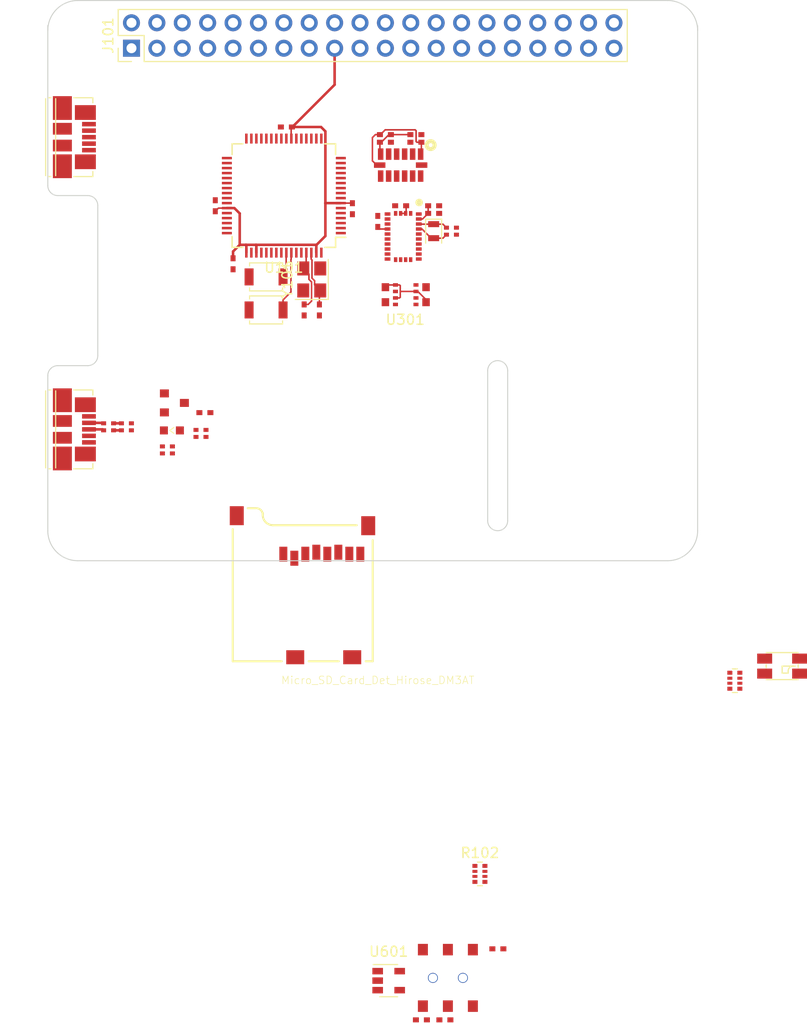
<source format=kicad_pcb>
(kicad_pcb (version 4) (host pcbnew 4.0.7-e2-6376~58~ubuntu17.04.1)

  (general
    (links 176)
    (no_connects 147)
    (area 81.749999 82.809999 146.850001 138.910001)
    (thickness 1.6)
    (drawings 20)
    (tracks 116)
    (zones 0)
    (modules 48)
    (nets 41)
  )

  (page A4)
  (layers
    (0 F.Cu signal)
    (31 B.Cu signal)
    (32 B.Adhes user)
    (33 F.Adhes user)
    (34 B.Paste user)
    (35 F.Paste user)
    (36 B.SilkS user)
    (37 F.SilkS user)
    (38 B.Mask user)
    (39 F.Mask user)
    (40 Dwgs.User user)
    (41 Cmts.User user)
    (42 Eco1.User user)
    (43 Eco2.User user)
    (44 Edge.Cuts user)
    (45 Margin user)
    (46 B.CrtYd user)
    (47 F.CrtYd user)
    (48 B.Fab user)
    (49 F.Fab user)
  )

  (setup
    (last_trace_width 0.1524)
    (user_trace_width 0.1524)
    (user_trace_width 0.254)
    (user_trace_width 1.524)
    (trace_clearance 0.1524)
    (zone_clearance 0.508)
    (zone_45_only no)
    (trace_min 0.1524)
    (segment_width 0.2)
    (edge_width 0.1)
    (via_size 0.508)
    (via_drill 0.254)
    (via_min_size 0.508)
    (via_min_drill 0.254)
    (uvia_size 0.3)
    (uvia_drill 0.1)
    (uvias_allowed no)
    (uvia_min_size 0)
    (uvia_min_drill 0)
    (pcb_text_width 0.3)
    (pcb_text_size 1.5 1.5)
    (mod_edge_width 0.15)
    (mod_text_size 1 1)
    (mod_text_width 0.15)
    (pad_size 2.75 2.75)
    (pad_drill 2.75)
    (pad_to_mask_clearance 0)
    (aux_axis_origin 90.17 87.63)
    (grid_origin 90.17 87.63)
    (visible_elements 7FFFFF7F)
    (pcbplotparams
      (layerselection 0x00030_80000001)
      (usegerberextensions false)
      (excludeedgelayer true)
      (linewidth 0.100000)
      (plotframeref false)
      (viasonmask false)
      (mode 1)
      (useauxorigin false)
      (hpglpennumber 1)
      (hpglpenspeed 20)
      (hpglpendiameter 15)
      (hpglpenoverlay 2)
      (psnegative false)
      (psa4output false)
      (plotreference true)
      (plotvalue true)
      (plotinvisibletext false)
      (padsonsilk false)
      (subtractmaskfromsilk false)
      (outputformat 1)
      (mirror false)
      (drillshape 0)
      (scaleselection 1)
      (outputdirectory meta/))
  )

  (net 0 "")
  (net 1 GND)
  (net 2 VCC)
  (net 3 /Orientation/CAP)
  (net 4 /Orientation/XOUT32)
  (net 5 /Orientation/XIN32)
  (net 6 /HighAcc/VS)
  (net 7 /XTAL2)
  (net 8 /XTAL1)
  (net 9 /USB_D+)
  (net 10 /USB_D-)
  (net 11 /VBUS)
  (net 12 /Regulator/BYP)
  (net 13 /DB)
  (net 14 /DG)
  (net 15 /DR)
  (net 16 /USB/USB_LIGHT-)
  (net 17 /BSL)
  (net 18 /SCL0)
  (net 19 /SDA0)
  (net 20 /USB/CONN_D-)
  (net 21 /USB/CONN_D+)
  (net 22 /USB_SOFTCONNECT)
  (net 23 /USB/USB_LIGHT+)
  (net 24 /RST)
  (net 25 /PWMB)
  (net 26 /PWMG)
  (net 27 /PWMR)
  (net 28 /USB_ON)
  (net 29 /Regulator/PWR_EN)
  (net 30 /ACCINT)
  (net 31 /TX0)
  (net 32 /RX0)
  (net 33 /SCK0)
  (net 34 /MISO0)
  (net 35 /MOSI0)
  (net 36 /CS0)
  (net 37 /PPS)
  (net 38 /HIACCINT)
  (net 39 /HighAcc/SCL)
  (net 40 "Net-(J701-Pad10)")

  (net_class Default "This is the default net class."
    (clearance 0.1524)
    (trace_width 0.1524)
    (via_dia 0.508)
    (via_drill 0.254)
    (uvia_dia 0.3)
    (uvia_drill 0.1)
    (add_net /ACCINT)
    (add_net /BSL)
    (add_net /CS0)
    (add_net /DB)
    (add_net /DG)
    (add_net /DR)
    (add_net /HIACCINT)
    (add_net /HighAcc/SCL)
    (add_net /HighAcc/VS)
    (add_net /MISO0)
    (add_net /MOSI0)
    (add_net /Orientation/CAP)
    (add_net /Orientation/XIN32)
    (add_net /Orientation/XOUT32)
    (add_net /PPS)
    (add_net /PWMB)
    (add_net /PWMG)
    (add_net /PWMR)
    (add_net /RST)
    (add_net /RX0)
    (add_net /Regulator/BYP)
    (add_net /Regulator/PWR_EN)
    (add_net /SCK0)
    (add_net /SCL0)
    (add_net /SDA0)
    (add_net /TX0)
    (add_net /USB/CONN_D+)
    (add_net /USB/CONN_D-)
    (add_net /USB/USB_LIGHT+)
    (add_net /USB/USB_LIGHT-)
    (add_net /USB_D+)
    (add_net /USB_D-)
    (add_net /USB_ON)
    (add_net /USB_SOFTCONNECT)
    (add_net /VBUS)
    (add_net /XTAL1)
    (add_net /XTAL2)
    (add_net GND)
    (add_net "Net-(J701-Pad10)")
    (add_net VCC)
  )

  (module Pin_Headers:Pin_Header_Straight_2x20_Pitch2.54mm locked (layer F.Cu) (tedit 59650533) (tstamp 5516AEA0)
    (at 90.17 87.63 90)
    (descr "Through hole straight pin header, 2x20, 2.54mm pitch, double rows")
    (tags "Through hole pin header THT 2x20 2.54mm double row")
    (path /59E618E7)
    (fp_text reference J101 (at 1.27 -2.33 90) (layer F.SilkS)
      (effects (font (size 1 1) (thickness 0.15)))
    )
    (fp_text value RPi_GPIO (at 1.27 50.59 90) (layer F.Fab)
      (effects (font (size 1 1) (thickness 0.15)))
    )
    (fp_line (start 0 -1.27) (end 3.81 -1.27) (layer F.Fab) (width 0.1))
    (fp_line (start 3.81 -1.27) (end 3.81 49.53) (layer F.Fab) (width 0.1))
    (fp_line (start 3.81 49.53) (end -1.27 49.53) (layer F.Fab) (width 0.1))
    (fp_line (start -1.27 49.53) (end -1.27 0) (layer F.Fab) (width 0.1))
    (fp_line (start -1.27 0) (end 0 -1.27) (layer F.Fab) (width 0.1))
    (fp_line (start -1.33 49.59) (end 3.87 49.59) (layer F.SilkS) (width 0.12))
    (fp_line (start -1.33 1.27) (end -1.33 49.59) (layer F.SilkS) (width 0.12))
    (fp_line (start 3.87 -1.33) (end 3.87 49.59) (layer F.SilkS) (width 0.12))
    (fp_line (start -1.33 1.27) (end 1.27 1.27) (layer F.SilkS) (width 0.12))
    (fp_line (start 1.27 1.27) (end 1.27 -1.33) (layer F.SilkS) (width 0.12))
    (fp_line (start 1.27 -1.33) (end 3.87 -1.33) (layer F.SilkS) (width 0.12))
    (fp_line (start -1.33 0) (end -1.33 -1.33) (layer F.SilkS) (width 0.12))
    (fp_line (start -1.33 -1.33) (end 0 -1.33) (layer F.SilkS) (width 0.12))
    (fp_line (start -1.8 -1.8) (end -1.8 50.05) (layer F.CrtYd) (width 0.05))
    (fp_line (start -1.8 50.05) (end 4.35 50.05) (layer F.CrtYd) (width 0.05))
    (fp_line (start 4.35 50.05) (end 4.35 -1.8) (layer F.CrtYd) (width 0.05))
    (fp_line (start 4.35 -1.8) (end -1.8 -1.8) (layer F.CrtYd) (width 0.05))
    (fp_text user %R (at 1.27 24.13 180) (layer F.Fab)
      (effects (font (size 1 1) (thickness 0.15)))
    )
    (pad 1 thru_hole rect (at 0 0 90) (size 1.7 1.7) (drill 1) (layers *.Cu *.Mask)
      (net 2 VCC))
    (pad 2 thru_hole oval (at 2.54 0 90) (size 1.7 1.7) (drill 1) (layers *.Cu *.Mask)
      (net 11 /VBUS))
    (pad 3 thru_hole oval (at 0 2.54 90) (size 1.7 1.7) (drill 1) (layers *.Cu *.Mask)
      (net 19 /SDA0))
    (pad 4 thru_hole oval (at 2.54 2.54 90) (size 1.7 1.7) (drill 1) (layers *.Cu *.Mask)
      (net 11 /VBUS))
    (pad 5 thru_hole oval (at 0 5.08 90) (size 1.7 1.7) (drill 1) (layers *.Cu *.Mask)
      (net 18 /SCL0))
    (pad 6 thru_hole oval (at 2.54 5.08 90) (size 1.7 1.7) (drill 1) (layers *.Cu *.Mask)
      (net 1 GND))
    (pad 7 thru_hole oval (at 0 7.62 90) (size 1.7 1.7) (drill 1) (layers *.Cu *.Mask))
    (pad 8 thru_hole oval (at 2.54 7.62 90) (size 1.7 1.7) (drill 1) (layers *.Cu *.Mask)
      (net 32 /RX0))
    (pad 9 thru_hole oval (at 0 10.16 90) (size 1.7 1.7) (drill 1) (layers *.Cu *.Mask)
      (net 1 GND))
    (pad 10 thru_hole oval (at 2.54 10.16 90) (size 1.7 1.7) (drill 1) (layers *.Cu *.Mask)
      (net 31 /TX0))
    (pad 11 thru_hole oval (at 0 12.7 90) (size 1.7 1.7) (drill 1) (layers *.Cu *.Mask))
    (pad 12 thru_hole oval (at 2.54 12.7 90) (size 1.7 1.7) (drill 1) (layers *.Cu *.Mask)
      (net 37 /PPS))
    (pad 13 thru_hole oval (at 0 15.24 90) (size 1.7 1.7) (drill 1) (layers *.Cu *.Mask))
    (pad 14 thru_hole oval (at 2.54 15.24 90) (size 1.7 1.7) (drill 1) (layers *.Cu *.Mask)
      (net 1 GND))
    (pad 15 thru_hole oval (at 0 17.78 90) (size 1.7 1.7) (drill 1) (layers *.Cu *.Mask))
    (pad 16 thru_hole oval (at 2.54 17.78 90) (size 1.7 1.7) (drill 1) (layers *.Cu *.Mask))
    (pad 17 thru_hole oval (at 0 20.32 90) (size 1.7 1.7) (drill 1) (layers *.Cu *.Mask)
      (net 2 VCC))
    (pad 18 thru_hole oval (at 2.54 20.32 90) (size 1.7 1.7) (drill 1) (layers *.Cu *.Mask))
    (pad 19 thru_hole oval (at 0 22.86 90) (size 1.7 1.7) (drill 1) (layers *.Cu *.Mask))
    (pad 20 thru_hole oval (at 2.54 22.86 90) (size 1.7 1.7) (drill 1) (layers *.Cu *.Mask)
      (net 1 GND))
    (pad 21 thru_hole oval (at 0 25.4 90) (size 1.7 1.7) (drill 1) (layers *.Cu *.Mask))
    (pad 22 thru_hole oval (at 2.54 25.4 90) (size 1.7 1.7) (drill 1) (layers *.Cu *.Mask))
    (pad 23 thru_hole oval (at 0 27.94 90) (size 1.7 1.7) (drill 1) (layers *.Cu *.Mask))
    (pad 24 thru_hole oval (at 2.54 27.94 90) (size 1.7 1.7) (drill 1) (layers *.Cu *.Mask))
    (pad 25 thru_hole oval (at 0 30.48 90) (size 1.7 1.7) (drill 1) (layers *.Cu *.Mask)
      (net 1 GND))
    (pad 26 thru_hole oval (at 2.54 30.48 90) (size 1.7 1.7) (drill 1) (layers *.Cu *.Mask))
    (pad 27 thru_hole oval (at 0 33.02 90) (size 1.7 1.7) (drill 1) (layers *.Cu *.Mask))
    (pad 28 thru_hole oval (at 2.54 33.02 90) (size 1.7 1.7) (drill 1) (layers *.Cu *.Mask))
    (pad 29 thru_hole oval (at 0 35.56 90) (size 1.7 1.7) (drill 1) (layers *.Cu *.Mask))
    (pad 30 thru_hole oval (at 2.54 35.56 90) (size 1.7 1.7) (drill 1) (layers *.Cu *.Mask)
      (net 1 GND))
    (pad 31 thru_hole oval (at 0 38.1 90) (size 1.7 1.7) (drill 1) (layers *.Cu *.Mask))
    (pad 32 thru_hole oval (at 2.54 38.1 90) (size 1.7 1.7) (drill 1) (layers *.Cu *.Mask))
    (pad 33 thru_hole oval (at 0 40.64 90) (size 1.7 1.7) (drill 1) (layers *.Cu *.Mask))
    (pad 34 thru_hole oval (at 2.54 40.64 90) (size 1.7 1.7) (drill 1) (layers *.Cu *.Mask)
      (net 1 GND))
    (pad 35 thru_hole oval (at 0 43.18 90) (size 1.7 1.7) (drill 1) (layers *.Cu *.Mask))
    (pad 36 thru_hole oval (at 2.54 43.18 90) (size 1.7 1.7) (drill 1) (layers *.Cu *.Mask))
    (pad 37 thru_hole oval (at 0 45.72 90) (size 1.7 1.7) (drill 1) (layers *.Cu *.Mask))
    (pad 38 thru_hole oval (at 2.54 45.72 90) (size 1.7 1.7) (drill 1) (layers *.Cu *.Mask))
    (pad 39 thru_hole oval (at 0 48.26 90) (size 1.7 1.7) (drill 1) (layers *.Cu *.Mask)
      (net 1 GND))
    (pad 40 thru_hole oval (at 2.54 48.26 90) (size 1.7 1.7) (drill 1) (layers *.Cu *.Mask))
    (model ${KISYS3DMOD}/Pin_Headers.3dshapes/Pin_Header_Straight_2x20_Pitch2.54mm.wrl
      (at (xyz 0 0 0))
      (scale (xyz 1 1 1))
      (rotate (xyz 0 0 0))
    )
  )

  (module RPi_Hat:RPi_Hat_Mounting_Hole locked (layer F.Cu) (tedit 55217C7B) (tstamp 5515DEA9)
    (at 143.3 86.36)
    (descr "Mounting hole, Befestigungsbohrung, 2,7mm, No Annular, Kein Restring,")
    (tags "Mounting hole, Befestigungsbohrung, 2,7mm, No Annular, Kein Restring,")
    (fp_text reference "" (at 0 -4.0005) (layer F.SilkS) hide
      (effects (font (size 1 1) (thickness 0.15)))
    )
    (fp_text value "" (at 0.09906 3.59918) (layer F.Fab) hide
      (effects (font (size 1 1) (thickness 0.15)))
    )
    (fp_circle (center 0 0) (end 1.375 0) (layer F.Fab) (width 0.15))
    (fp_circle (center 0 0) (end 3.1 0) (layer F.Fab) (width 0.15))
    (fp_circle (center 0 0) (end 3.1 0) (layer B.Fab) (width 0.15))
    (fp_circle (center 0 0) (end 1.375 0) (layer B.Fab) (width 0.15))
    (fp_circle (center 0 0) (end 3.1 0) (layer F.CrtYd) (width 0.15))
    (fp_circle (center 0 0) (end 3.1 0) (layer B.CrtYd) (width 0.15))
    (pad "" np_thru_hole circle (at 0 0) (size 2.75 2.75) (drill 2.75) (layers *.Cu *.Mask)
      (solder_mask_margin 1.725) (clearance 1.725))
  )

  (module RPi_Hat:RPi_Hat_Mounting_Hole locked (layer F.Cu) (tedit 55217CCB) (tstamp 55169DC9)
    (at 143.3 135.36)
    (descr "Mounting hole, Befestigungsbohrung, 2,7mm, No Annular, Kein Restring,")
    (tags "Mounting hole, Befestigungsbohrung, 2,7mm, No Annular, Kein Restring,")
    (fp_text reference "" (at 0 -4.0005) (layer F.SilkS) hide
      (effects (font (size 1 1) (thickness 0.15)))
    )
    (fp_text value "" (at 0.09906 3.59918) (layer F.Fab) hide
      (effects (font (size 1 1) (thickness 0.15)))
    )
    (fp_circle (center 0 0) (end 1.375 0) (layer F.Fab) (width 0.15))
    (fp_circle (center 0 0) (end 3.1 0) (layer F.Fab) (width 0.15))
    (fp_circle (center 0 0) (end 3.1 0) (layer B.Fab) (width 0.15))
    (fp_circle (center 0 0) (end 1.375 0) (layer B.Fab) (width 0.15))
    (fp_circle (center 0 0) (end 3.1 0) (layer F.CrtYd) (width 0.15))
    (fp_circle (center 0 0) (end 3.1 0) (layer B.CrtYd) (width 0.15))
    (pad "" np_thru_hole circle (at 0 0) (size 2.75 2.75) (drill 2.75) (layers *.Cu *.Mask)
      (solder_mask_margin 1.725) (clearance 1.725))
  )

  (module RPi_Hat:RPi_Hat_Mounting_Hole locked (layer F.Cu) (tedit 55217CB9) (tstamp 5515DECC)
    (at 85.3 135.36)
    (descr "Mounting hole, Befestigungsbohrung, 2,7mm, No Annular, Kein Restring,")
    (tags "Mounting hole, Befestigungsbohrung, 2,7mm, No Annular, Kein Restring,")
    (fp_text reference "" (at 0 -4.0005) (layer F.SilkS) hide
      (effects (font (size 1 1) (thickness 0.15)))
    )
    (fp_text value "" (at 0.09906 3.59918) (layer F.Fab) hide
      (effects (font (size 1 1) (thickness 0.15)))
    )
    (fp_circle (center 0 0) (end 1.375 0) (layer F.Fab) (width 0.15))
    (fp_circle (center 0 0) (end 3.1 0) (layer F.Fab) (width 0.15))
    (fp_circle (center 0 0) (end 3.1 0) (layer B.Fab) (width 0.15))
    (fp_circle (center 0 0) (end 1.375 0) (layer B.Fab) (width 0.15))
    (fp_circle (center 0 0) (end 3.1 0) (layer F.CrtYd) (width 0.15))
    (fp_circle (center 0 0) (end 3.1 0) (layer B.CrtYd) (width 0.15))
    (pad "" np_thru_hole circle (at 0 0) (size 2.75 2.75) (drill 2.75) (layers *.Cu *.Mask)
      (solder_mask_margin 1.725) (clearance 1.725))
  )

  (module RPi_Hat:RPi_Hat_Mounting_Hole locked (layer F.Cu) (tedit 55217CA2) (tstamp 5515DEBF)
    (at 85.3 86.36)
    (descr "Mounting hole, Befestigungsbohrung, 2,7mm, No Annular, Kein Restring,")
    (tags "Mounting hole, Befestigungsbohrung, 2,7mm, No Annular, Kein Restring,")
    (fp_text reference "" (at 0 -4.0005) (layer F.SilkS) hide
      (effects (font (size 1 1) (thickness 0.15)))
    )
    (fp_text value "" (at 0.09906 3.59918) (layer F.Fab) hide
      (effects (font (size 1 1) (thickness 0.15)))
    )
    (fp_circle (center 0 0) (end 1.375 0) (layer F.Fab) (width 0.15))
    (fp_circle (center 0 0) (end 3.1 0) (layer F.Fab) (width 0.15))
    (fp_circle (center 0 0) (end 3.1 0) (layer B.Fab) (width 0.15))
    (fp_circle (center 0 0) (end 1.375 0) (layer B.Fab) (width 0.15))
    (fp_circle (center 0 0) (end 3.1 0) (layer F.CrtYd) (width 0.15))
    (fp_circle (center 0 0) (end 3.1 0) (layer B.CrtYd) (width 0.15))
    (pad "" np_thru_hole circle (at 0 0) (size 2.75 2.75) (drill 2.75) (layers *.Cu *.Mask)
      (solder_mask_margin 1.725) (clearance 1.725))
  )

  (module KwanSystems:SMD_0402 (layer F.Cu) (tedit 59095EAF) (tstamp 59E4E5E2)
    (at 105.664 95.504 180)
    (descr "Capacitor SMD 0402, reflow soldering, AVX (see smccp.pdf)")
    (tags "capacitor 0402")
    (path /598BF1FE)
    (attr smd)
    (fp_text reference C123 (at 0 0 180) (layer F.Fab)
      (effects (font (size 0.2 0.2) (thickness 0.015)))
    )
    (fp_text value 100nF (at 0 -0.4 180) (layer F.Fab)
      (effects (font (size 0.127 0.127) (thickness 0.015)))
    )
    (fp_line (start 1 0.4) (end -1 0.4) (layer F.CrtYd) (width 0.05))
    (fp_line (start 1 0.4) (end 1 -0.4) (layer F.CrtYd) (width 0.05))
    (fp_line (start -1 -0.4) (end -1 0.4) (layer F.CrtYd) (width 0.05))
    (fp_line (start -1 -0.4) (end 1 -0.4) (layer F.CrtYd) (width 0.05))
    (fp_line (start -0.5 -0.25) (end 0.5 -0.25) (layer F.Fab) (width 0.1))
    (fp_line (start 0.5 -0.25) (end 0.5 0.25) (layer F.Fab) (width 0.1))
    (fp_line (start 0.5 0.25) (end -0.5 0.25) (layer F.Fab) (width 0.1))
    (fp_line (start -0.5 0.25) (end -0.5 -0.25) (layer F.Fab) (width 0.1))
    (pad 2 smd rect (at 0.55 0 180) (size 0.6 0.5) (layers F.Cu F.Paste F.Mask)
      (net 1 GND))
    (pad 1 smd rect (at -0.55 0 180) (size 0.6 0.5) (layers F.Cu F.Paste F.Mask)
      (net 2 VCC))
    (model Capacitors_SMD.3dshapes/C_0402.wrl
      (at (xyz 0 0 0))
      (scale (xyz 1 1 1))
      (rotate (xyz 0 0 0))
    )
  )

  (module KwanSystems:SMD_0402 (layer F.Cu) (tedit 59095EAF) (tstamp 59E4E5E8)
    (at 98.552 103.378 90)
    (descr "Capacitor SMD 0402, reflow soldering, AVX (see smccp.pdf)")
    (tags "capacitor 0402")
    (path /598BF1FF)
    (attr smd)
    (fp_text reference C143 (at 0 0 90) (layer F.Fab)
      (effects (font (size 0.2 0.2) (thickness 0.015)))
    )
    (fp_text value 100nF (at 0 -0.4 90) (layer F.Fab)
      (effects (font (size 0.127 0.127) (thickness 0.015)))
    )
    (fp_line (start 1 0.4) (end -1 0.4) (layer F.CrtYd) (width 0.05))
    (fp_line (start 1 0.4) (end 1 -0.4) (layer F.CrtYd) (width 0.05))
    (fp_line (start -1 -0.4) (end -1 0.4) (layer F.CrtYd) (width 0.05))
    (fp_line (start -1 -0.4) (end 1 -0.4) (layer F.CrtYd) (width 0.05))
    (fp_line (start -0.5 -0.25) (end 0.5 -0.25) (layer F.Fab) (width 0.1))
    (fp_line (start 0.5 -0.25) (end 0.5 0.25) (layer F.Fab) (width 0.1))
    (fp_line (start 0.5 0.25) (end -0.5 0.25) (layer F.Fab) (width 0.1))
    (fp_line (start -0.5 0.25) (end -0.5 -0.25) (layer F.Fab) (width 0.1))
    (pad 2 smd rect (at 0.55 0 90) (size 0.6 0.5) (layers F.Cu F.Paste F.Mask)
      (net 1 GND))
    (pad 1 smd rect (at -0.55 0 90) (size 0.6 0.5) (layers F.Cu F.Paste F.Mask)
      (net 2 VCC))
    (model Capacitors_SMD.3dshapes/C_0402.wrl
      (at (xyz 0 0 0))
      (scale (xyz 1 1 1))
      (rotate (xyz 0 0 0))
    )
  )

  (module KwanSystems:SMD_0402 (layer F.Cu) (tedit 59095EAF) (tstamp 59E4E5EE)
    (at 100.33 109.178 270)
    (descr "Capacitor SMD 0402, reflow soldering, AVX (see smccp.pdf)")
    (tags "capacitor 0402")
    (path /598BF1FC)
    (attr smd)
    (fp_text reference C151 (at 0 0 270) (layer F.Fab)
      (effects (font (size 0.2 0.2) (thickness 0.015)))
    )
    (fp_text value 100nF (at 0 -0.4 270) (layer F.Fab)
      (effects (font (size 0.127 0.127) (thickness 0.015)))
    )
    (fp_line (start 1 0.4) (end -1 0.4) (layer F.CrtYd) (width 0.05))
    (fp_line (start 1 0.4) (end 1 -0.4) (layer F.CrtYd) (width 0.05))
    (fp_line (start -1 -0.4) (end -1 0.4) (layer F.CrtYd) (width 0.05))
    (fp_line (start -1 -0.4) (end 1 -0.4) (layer F.CrtYd) (width 0.05))
    (fp_line (start -0.5 -0.25) (end 0.5 -0.25) (layer F.Fab) (width 0.1))
    (fp_line (start 0.5 -0.25) (end 0.5 0.25) (layer F.Fab) (width 0.1))
    (fp_line (start 0.5 0.25) (end -0.5 0.25) (layer F.Fab) (width 0.1))
    (fp_line (start -0.5 0.25) (end -0.5 -0.25) (layer F.Fab) (width 0.1))
    (pad 2 smd rect (at 0.55 0 270) (size 0.6 0.5) (layers F.Cu F.Paste F.Mask)
      (net 1 GND))
    (pad 1 smd rect (at -0.55 0 270) (size 0.6 0.5) (layers F.Cu F.Paste F.Mask)
      (net 2 VCC))
    (model Capacitors_SMD.3dshapes/C_0402.wrl
      (at (xyz 0 0 0))
      (scale (xyz 1 1 1))
      (rotate (xyz 0 0 0))
    )
  )

  (module KwanSystems:SMD_0402 (layer F.Cu) (tedit 59E52CF6) (tstamp 59E4E5F4)
    (at 112.268 103.674 270)
    (descr "Capacitor SMD 0402, reflow soldering, AVX (see smccp.pdf)")
    (tags "capacitor 0402")
    (path /598BF1FD)
    (attr smd)
    (fp_text reference C107 (at 0 0 270) (layer F.Fab)
      (effects (font (size 0.2 0.2) (thickness 0.015)))
    )
    (fp_text value 100nF (at 0 -0.4 270) (layer F.Fab)
      (effects (font (size 0.127 0.127) (thickness 0.015)))
    )
    (fp_line (start 1 0.4) (end -1 0.4) (layer F.CrtYd) (width 0.05))
    (fp_line (start 1 0.4) (end 1 -0.4) (layer F.CrtYd) (width 0.05))
    (fp_line (start -1 -0.4) (end -1 0.4) (layer F.CrtYd) (width 0.05))
    (fp_line (start -1 -0.4) (end 1 -0.4) (layer F.CrtYd) (width 0.05))
    (fp_line (start -0.5 -0.25) (end 0.5 -0.25) (layer F.Fab) (width 0.1))
    (fp_line (start 0.5 -0.25) (end 0.5 0.25) (layer F.Fab) (width 0.1))
    (fp_line (start 0.5 0.25) (end -0.5 0.25) (layer F.Fab) (width 0.1))
    (fp_line (start -0.5 0.25) (end -0.5 -0.25) (layer F.Fab) (width 0.1))
    (pad 2 smd rect (at 0.55 0 270) (size 0.6 0.5) (layers F.Cu F.Paste F.Mask)
      (net 1 GND))
    (pad 1 smd rect (at -0.55 0 270) (size 0.6 0.5) (layers F.Cu F.Paste F.Mask)
      (net 2 VCC))
    (model Capacitors_SMD.3dshapes/C_0402.wrl
      (at (xyz 0 0 0))
      (scale (xyz 1 1 1))
      (rotate (xyz 0 0 0))
    )
  )

  (module KwanSystems:SMD_0402 (layer F.Cu) (tedit 59095EAF) (tstamp 59E4E5FA)
    (at 117.094 103.378)
    (descr "Capacitor SMD 0402, reflow soldering, AVX (see smccp.pdf)")
    (tags "capacitor 0402")
    (path /59E5FBFB/598B82AE)
    (attr smd)
    (fp_text reference C203 (at 0 0) (layer F.Fab)
      (effects (font (size 0.2 0.2) (thickness 0.015)))
    )
    (fp_text value 100nF (at 0 -0.4) (layer F.Fab)
      (effects (font (size 0.127 0.127) (thickness 0.015)))
    )
    (fp_line (start 1 0.4) (end -1 0.4) (layer F.CrtYd) (width 0.05))
    (fp_line (start 1 0.4) (end 1 -0.4) (layer F.CrtYd) (width 0.05))
    (fp_line (start -1 -0.4) (end -1 0.4) (layer F.CrtYd) (width 0.05))
    (fp_line (start -1 -0.4) (end 1 -0.4) (layer F.CrtYd) (width 0.05))
    (fp_line (start -0.5 -0.25) (end 0.5 -0.25) (layer F.Fab) (width 0.1))
    (fp_line (start 0.5 -0.25) (end 0.5 0.25) (layer F.Fab) (width 0.1))
    (fp_line (start 0.5 0.25) (end -0.5 0.25) (layer F.Fab) (width 0.1))
    (fp_line (start -0.5 0.25) (end -0.5 -0.25) (layer F.Fab) (width 0.1))
    (pad 2 smd rect (at 0.55 0) (size 0.6 0.5) (layers F.Cu F.Paste F.Mask)
      (net 2 VCC))
    (pad 1 smd rect (at -0.55 0) (size 0.6 0.5) (layers F.Cu F.Paste F.Mask)
      (net 1 GND))
    (model Capacitors_SMD.3dshapes/C_0402.wrl
      (at (xyz 0 0 0))
      (scale (xyz 1 1 1))
      (rotate (xyz 0 0 0))
    )
  )

  (module KwanSystems:SMD_0402 (layer F.Cu) (tedit 59095EAF) (tstamp 59E4E600)
    (at 114.808 104.944 90)
    (descr "Capacitor SMD 0402, reflow soldering, AVX (see smccp.pdf)")
    (tags "capacitor 0402")
    (path /59E5FBFB/598B8309)
    (attr smd)
    (fp_text reference C209 (at 0 0 90) (layer F.Fab)
      (effects (font (size 0.2 0.2) (thickness 0.015)))
    )
    (fp_text value 100nF (at 0 -0.4 90) (layer F.Fab)
      (effects (font (size 0.127 0.127) (thickness 0.015)))
    )
    (fp_line (start 1 0.4) (end -1 0.4) (layer F.CrtYd) (width 0.05))
    (fp_line (start 1 0.4) (end 1 -0.4) (layer F.CrtYd) (width 0.05))
    (fp_line (start -1 -0.4) (end -1 0.4) (layer F.CrtYd) (width 0.05))
    (fp_line (start -1 -0.4) (end 1 -0.4) (layer F.CrtYd) (width 0.05))
    (fp_line (start -0.5 -0.25) (end 0.5 -0.25) (layer F.Fab) (width 0.1))
    (fp_line (start 0.5 -0.25) (end 0.5 0.25) (layer F.Fab) (width 0.1))
    (fp_line (start 0.5 0.25) (end -0.5 0.25) (layer F.Fab) (width 0.1))
    (fp_line (start -0.5 0.25) (end -0.5 -0.25) (layer F.Fab) (width 0.1))
    (pad 2 smd rect (at 0.55 0 90) (size 0.6 0.5) (layers F.Cu F.Paste F.Mask)
      (net 1 GND))
    (pad 1 smd rect (at -0.55 0 90) (size 0.6 0.5) (layers F.Cu F.Paste F.Mask)
      (net 3 /Orientation/CAP))
    (model Capacitors_SMD.3dshapes/C_0402.wrl
      (at (xyz 0 0 0))
      (scale (xyz 1 1 1))
      (rotate (xyz 0 0 0))
    )
  )

  (module KwanSystems:SMD_0402 (layer F.Cu) (tedit 59095EAF) (tstamp 59E4E606)
    (at 120.396 103.378)
    (descr "Capacitor SMD 0402, reflow soldering, AVX (see smccp.pdf)")
    (tags "capacitor 0402")
    (path /59E5FBFB/59E44B71)
    (attr smd)
    (fp_text reference C225 (at 0 0) (layer F.Fab)
      (effects (font (size 0.2 0.2) (thickness 0.015)))
    )
    (fp_text value 120nF (at 0 -0.4) (layer F.Fab)
      (effects (font (size 0.127 0.127) (thickness 0.015)))
    )
    (fp_line (start 1 0.4) (end -1 0.4) (layer F.CrtYd) (width 0.05))
    (fp_line (start 1 0.4) (end 1 -0.4) (layer F.CrtYd) (width 0.05))
    (fp_line (start -1 -0.4) (end -1 0.4) (layer F.CrtYd) (width 0.05))
    (fp_line (start -1 -0.4) (end 1 -0.4) (layer F.CrtYd) (width 0.05))
    (fp_line (start -0.5 -0.25) (end 0.5 -0.25) (layer F.Fab) (width 0.1))
    (fp_line (start 0.5 -0.25) (end 0.5 0.25) (layer F.Fab) (width 0.1))
    (fp_line (start 0.5 0.25) (end -0.5 0.25) (layer F.Fab) (width 0.1))
    (fp_line (start -0.5 0.25) (end -0.5 -0.25) (layer F.Fab) (width 0.1))
    (pad 2 smd rect (at 0.55 0) (size 0.6 0.5) (layers F.Cu F.Paste F.Mask)
      (net 1 GND))
    (pad 1 smd rect (at -0.55 0) (size 0.6 0.5) (layers F.Cu F.Paste F.Mask)
      (net 2 VCC))
    (model Capacitors_SMD.3dshapes/C_0402.wrl
      (at (xyz 0 0 0))
      (scale (xyz 1 1 1))
      (rotate (xyz 0 0 0))
    )
  )

  (module KwanSystems:R_Array_Convex_2x0402 (layer F.Cu) (tedit 59096677) (tstamp 59E4E60E)
    (at 122.174 105.918)
    (descr "Chip Resistor Network, ROHM MNR02 (see mnr_g.pdf)")
    (tags "resistor array")
    (path /59E5FBFB/59908124)
    (attr smd)
    (fp_text reference C226 (at 0 -0.5) (layer F.Fab)
      (effects (font (size 0.2 0.2) (thickness 0.015)))
    )
    (fp_text value 22pF (at 0 0.5) (layer F.Fab)
      (effects (font (size 0.2 0.2) (thickness 0.015)))
    )
    (fp_line (start 1 0.95) (end -1 0.95) (layer F.CrtYd) (width 0.05))
    (fp_line (start 1 0.95) (end 1 -0.95) (layer F.CrtYd) (width 0.05))
    (fp_line (start -1 -0.95) (end -1 0.95) (layer F.CrtYd) (width 0.05))
    (fp_line (start -1 -0.95) (end 1 -0.95) (layer F.CrtYd) (width 0.05))
    (fp_line (start -0.5 0.7) (end 0.5 0.7) (layer F.Fab) (width 0.1))
    (fp_line (start -0.5 -0.7) (end -0.5 0.7) (layer F.Fab) (width 0.1))
    (fp_line (start 0.5 -0.7) (end -0.5 -0.7) (layer F.Fab) (width 0.1))
    (fp_line (start 0.5 0.7) (end 0.5 -0.7) (layer F.Fab) (width 0.1))
    (pad 4 smd rect (at 0.5 -0.35) (size 0.5 0.4) (layers F.Cu F.Paste F.Mask)
      (net 1 GND))
    (pad 3 smd rect (at 0.5 0.35) (size 0.5 0.4) (layers F.Cu F.Paste F.Mask)
      (net 1 GND))
    (pad 2 smd rect (at -0.5 0.35) (size 0.5 0.4) (layers F.Cu F.Paste F.Mask)
      (net 4 /Orientation/XOUT32))
    (pad 1 smd rect (at -0.5 -0.35) (size 0.5 0.4) (layers F.Cu F.Paste F.Mask)
      (net 5 /Orientation/XIN32))
    (model ${KISYS3DMOD}/Resistors_SMD.3dshapes/R_Array_Convex_2x0402.wrl
      (at (xyz 0 0 0))
      (scale (xyz 1 1 1))
      (rotate (xyz 0 0 0))
    )
  )

  (module KwanSystems:SMD_0402 (layer F.Cu) (tedit 59095EAF) (tstamp 59E4E614)
    (at 120.396 104.14)
    (descr "Capacitor SMD 0402, reflow soldering, AVX (see smccp.pdf)")
    (tags "capacitor 0402")
    (path /59E5FBFB/59E628C4)
    (attr smd)
    (fp_text reference C228 (at 0 0) (layer F.Fab)
      (effects (font (size 0.2 0.2) (thickness 0.015)))
    )
    (fp_text value 6.8nF (at 0 -0.4) (layer F.Fab)
      (effects (font (size 0.127 0.127) (thickness 0.015)))
    )
    (fp_line (start 1 0.4) (end -1 0.4) (layer F.CrtYd) (width 0.05))
    (fp_line (start 1 0.4) (end 1 -0.4) (layer F.CrtYd) (width 0.05))
    (fp_line (start -1 -0.4) (end -1 0.4) (layer F.CrtYd) (width 0.05))
    (fp_line (start -1 -0.4) (end 1 -0.4) (layer F.CrtYd) (width 0.05))
    (fp_line (start -0.5 -0.25) (end 0.5 -0.25) (layer F.Fab) (width 0.1))
    (fp_line (start 0.5 -0.25) (end 0.5 0.25) (layer F.Fab) (width 0.1))
    (fp_line (start 0.5 0.25) (end -0.5 0.25) (layer F.Fab) (width 0.1))
    (fp_line (start -0.5 0.25) (end -0.5 -0.25) (layer F.Fab) (width 0.1))
    (pad 2 smd rect (at 0.55 0) (size 0.6 0.5) (layers F.Cu F.Paste F.Mask)
      (net 1 GND))
    (pad 1 smd rect (at -0.55 0) (size 0.6 0.5) (layers F.Cu F.Paste F.Mask)
      (net 2 VCC))
    (model Capacitors_SMD.3dshapes/C_0402.wrl
      (at (xyz 0 0 0))
      (scale (xyz 1 1 1))
      (rotate (xyz 0 0 0))
    )
  )

  (module KwanSystems:SMD_0603 (layer F.Cu) (tedit 590965EB) (tstamp 59E4E61A)
    (at 119.634 112.268 270)
    (descr "Capacitor SMD 0603, reflow soldering, AVX (see smccp.pdf)")
    (tags "capacitor 0603")
    (path /59E4D480/5910A302)
    (attr smd)
    (fp_text reference C306 (at 0 -0.2 270) (layer F.Fab)
      (effects (font (size 0.2 0.2) (thickness 0.015)))
    )
    (fp_text value 100nF (at 0 0.2 270) (layer F.Fab)
      (effects (font (size 0.2 0.2) (thickness 0.015)))
    )
    (fp_line (start -0.8 0.4) (end -0.8 -0.4) (layer F.Fab) (width 0.1))
    (fp_line (start 0.8 0.4) (end -0.8 0.4) (layer F.Fab) (width 0.1))
    (fp_line (start 0.8 -0.4) (end 0.8 0.4) (layer F.Fab) (width 0.1))
    (fp_line (start -0.8 -0.4) (end 0.8 -0.4) (layer F.Fab) (width 0.1))
    (fp_line (start -1.4 -0.65) (end 1.4 -0.65) (layer F.CrtYd) (width 0.05))
    (fp_line (start -1.4 -0.65) (end -1.4 0.65) (layer F.CrtYd) (width 0.05))
    (fp_line (start 1.4 0.65) (end 1.4 -0.65) (layer F.CrtYd) (width 0.05))
    (fp_line (start 1.4 0.65) (end -1.4 0.65) (layer F.CrtYd) (width 0.05))
    (pad 1 smd rect (at -0.75 0 270) (size 0.8 0.75) (layers F.Cu F.Paste F.Mask)
      (net 1 GND))
    (pad 2 smd rect (at 0.75 0 270) (size 0.8 0.75) (layers F.Cu F.Paste F.Mask)
      (net 2 VCC))
    (model Capacitors_SMD.3dshapes/C_0603.wrl
      (at (xyz 0 0 0))
      (scale (xyz 1 1 1))
      (rotate (xyz 0 0 0))
    )
  )

  (module KwanSystems:SMD_0603 (layer F.Cu) (tedit 590965EB) (tstamp 59E4E620)
    (at 115.57 112.268 90)
    (descr "Capacitor SMD 0603, reflow soldering, AVX (see smccp.pdf)")
    (tags "capacitor 0603")
    (path /59E4D480/5989E64C)
    (attr smd)
    (fp_text reference C308 (at 0 -0.2 90) (layer F.Fab)
      (effects (font (size 0.2 0.2) (thickness 0.015)))
    )
    (fp_text value 100nF (at 0 0.2 90) (layer F.Fab)
      (effects (font (size 0.2 0.2) (thickness 0.015)))
    )
    (fp_line (start -0.8 0.4) (end -0.8 -0.4) (layer F.Fab) (width 0.1))
    (fp_line (start 0.8 0.4) (end -0.8 0.4) (layer F.Fab) (width 0.1))
    (fp_line (start 0.8 -0.4) (end 0.8 0.4) (layer F.Fab) (width 0.1))
    (fp_line (start -0.8 -0.4) (end 0.8 -0.4) (layer F.Fab) (width 0.1))
    (fp_line (start -1.4 -0.65) (end 1.4 -0.65) (layer F.CrtYd) (width 0.05))
    (fp_line (start -1.4 -0.65) (end -1.4 0.65) (layer F.CrtYd) (width 0.05))
    (fp_line (start 1.4 0.65) (end 1.4 -0.65) (layer F.CrtYd) (width 0.05))
    (fp_line (start 1.4 0.65) (end -1.4 0.65) (layer F.CrtYd) (width 0.05))
    (pad 1 smd rect (at -0.75 0 90) (size 0.8 0.75) (layers F.Cu F.Paste F.Mask)
      (net 1 GND))
    (pad 2 smd rect (at 0.75 0 90) (size 0.8 0.75) (layers F.Cu F.Paste F.Mask)
      (net 2 VCC))
    (model Capacitors_SMD.3dshapes/C_0603.wrl
      (at (xyz 0 0 0))
      (scale (xyz 1 1 1))
      (rotate (xyz 0 0 0))
    )
  )

  (module KwanSystems:SMD_0402 (layer F.Cu) (tedit 59095EAF) (tstamp 59E4E626)
    (at 118.618 97.028 180)
    (descr "Capacitor SMD 0402, reflow soldering, AVX (see smccp.pdf)")
    (tags "capacitor 0402")
    (path /59E4FB69/598D6C36)
    (attr smd)
    (fp_text reference C401 (at 0 0 180) (layer F.Fab)
      (effects (font (size 0.2 0.2) (thickness 0.015)))
    )
    (fp_text value 100nF (at 0 -0.4 180) (layer F.Fab)
      (effects (font (size 0.127 0.127) (thickness 0.015)))
    )
    (fp_line (start 1 0.4) (end -1 0.4) (layer F.CrtYd) (width 0.05))
    (fp_line (start 1 0.4) (end 1 -0.4) (layer F.CrtYd) (width 0.05))
    (fp_line (start -1 -0.4) (end -1 0.4) (layer F.CrtYd) (width 0.05))
    (fp_line (start -1 -0.4) (end 1 -0.4) (layer F.CrtYd) (width 0.05))
    (fp_line (start -0.5 -0.25) (end 0.5 -0.25) (layer F.Fab) (width 0.1))
    (fp_line (start 0.5 -0.25) (end 0.5 0.25) (layer F.Fab) (width 0.1))
    (fp_line (start 0.5 0.25) (end -0.5 0.25) (layer F.Fab) (width 0.1))
    (fp_line (start -0.5 0.25) (end -0.5 -0.25) (layer F.Fab) (width 0.1))
    (pad 2 smd rect (at 0.55 0 180) (size 0.6 0.5) (layers F.Cu F.Paste F.Mask)
      (net 1 GND))
    (pad 1 smd rect (at -0.55 0 180) (size 0.6 0.5) (layers F.Cu F.Paste F.Mask)
      (net 2 VCC))
    (model Capacitors_SMD.3dshapes/C_0402.wrl
      (at (xyz 0 0 0))
      (scale (xyz 1 1 1))
      (rotate (xyz 0 0 0))
    )
  )

  (module KwanSystems:SMD_0402 (layer F.Cu) (tedit 59095EAF) (tstamp 59E4E62C)
    (at 118.618 96.266)
    (descr "Capacitor SMD 0402, reflow soldering, AVX (see smccp.pdf)")
    (tags "capacitor 0402")
    (path /59E4FB69/598D6B91)
    (attr smd)
    (fp_text reference C405 (at 0 0) (layer F.Fab)
      (effects (font (size 0.2 0.2) (thickness 0.015)))
    )
    (fp_text value 100nF (at 0 -0.4) (layer F.Fab)
      (effects (font (size 0.127 0.127) (thickness 0.015)))
    )
    (fp_line (start 1 0.4) (end -1 0.4) (layer F.CrtYd) (width 0.05))
    (fp_line (start 1 0.4) (end 1 -0.4) (layer F.CrtYd) (width 0.05))
    (fp_line (start -1 -0.4) (end -1 0.4) (layer F.CrtYd) (width 0.05))
    (fp_line (start -1 -0.4) (end 1 -0.4) (layer F.CrtYd) (width 0.05))
    (fp_line (start -0.5 -0.25) (end 0.5 -0.25) (layer F.Fab) (width 0.1))
    (fp_line (start 0.5 -0.25) (end 0.5 0.25) (layer F.Fab) (width 0.1))
    (fp_line (start 0.5 0.25) (end -0.5 0.25) (layer F.Fab) (width 0.1))
    (fp_line (start -0.5 0.25) (end -0.5 -0.25) (layer F.Fab) (width 0.1))
    (pad 2 smd rect (at 0.55 0) (size 0.6 0.5) (layers F.Cu F.Paste F.Mask)
      (net 1 GND))
    (pad 1 smd rect (at -0.55 0) (size 0.6 0.5) (layers F.Cu F.Paste F.Mask)
      (net 6 /HighAcc/VS))
    (model Capacitors_SMD.3dshapes/C_0402.wrl
      (at (xyz 0 0 0))
      (scale (xyz 1 1 1))
      (rotate (xyz 0 0 0))
    )
  )

  (module KwanSystems:SMD_0402 (layer F.Cu) (tedit 59095EAF) (tstamp 59E4E632)
    (at 115.57 97.028)
    (descr "Capacitor SMD 0402, reflow soldering, AVX (see smccp.pdf)")
    (tags "capacitor 0402")
    (path /59E4FB69/598D684E)
    (attr smd)
    (fp_text reference C406 (at 0 0) (layer F.Fab)
      (effects (font (size 0.2 0.2) (thickness 0.015)))
    )
    (fp_text value 1uF (at 0 -0.4) (layer F.Fab)
      (effects (font (size 0.127 0.127) (thickness 0.015)))
    )
    (fp_line (start 1 0.4) (end -1 0.4) (layer F.CrtYd) (width 0.05))
    (fp_line (start 1 0.4) (end 1 -0.4) (layer F.CrtYd) (width 0.05))
    (fp_line (start -1 -0.4) (end -1 0.4) (layer F.CrtYd) (width 0.05))
    (fp_line (start -1 -0.4) (end 1 -0.4) (layer F.CrtYd) (width 0.05))
    (fp_line (start -0.5 -0.25) (end 0.5 -0.25) (layer F.Fab) (width 0.1))
    (fp_line (start 0.5 -0.25) (end 0.5 0.25) (layer F.Fab) (width 0.1))
    (fp_line (start 0.5 0.25) (end -0.5 0.25) (layer F.Fab) (width 0.1))
    (fp_line (start -0.5 0.25) (end -0.5 -0.25) (layer F.Fab) (width 0.1))
    (pad 2 smd rect (at 0.55 0) (size 0.6 0.5) (layers F.Cu F.Paste F.Mask)
      (net 1 GND))
    (pad 1 smd rect (at -0.55 0) (size 0.6 0.5) (layers F.Cu F.Paste F.Mask)
      (net 6 /HighAcc/VS))
    (model Capacitors_SMD.3dshapes/C_0402.wrl
      (at (xyz 0 0 0))
      (scale (xyz 1 1 1))
      (rotate (xyz 0 0 0))
    )
  )

  (module KwanSystems:SMD_0402 (layer F.Cu) (tedit 59E4EC39) (tstamp 59E4E638)
    (at 107.442 113.792 90)
    (descr "Capacitor SMD 0402, reflow soldering, AVX (see smccp.pdf)")
    (tags "capacitor 0402")
    (path /598BF242)
    (attr smd)
    (fp_text reference C161 (at 0 0 90) (layer F.Fab)
      (effects (font (size 0.2 0.2) (thickness 0.015)))
    )
    (fp_text value 33pF (at 0 -0.4 90) (layer F.Fab)
      (effects (font (size 0.127 0.127) (thickness 0.015)))
    )
    (fp_line (start 1 0.4) (end -1 0.4) (layer F.CrtYd) (width 0.05))
    (fp_line (start 1 0.4) (end 1 -0.4) (layer F.CrtYd) (width 0.05))
    (fp_line (start -1 -0.4) (end -1 0.4) (layer F.CrtYd) (width 0.05))
    (fp_line (start -1 -0.4) (end 1 -0.4) (layer F.CrtYd) (width 0.05))
    (fp_line (start -0.5 -0.25) (end 0.5 -0.25) (layer F.Fab) (width 0.1))
    (fp_line (start 0.5 -0.25) (end 0.5 0.25) (layer F.Fab) (width 0.1))
    (fp_line (start 0.5 0.25) (end -0.5 0.25) (layer F.Fab) (width 0.1))
    (fp_line (start -0.5 0.25) (end -0.5 -0.25) (layer F.Fab) (width 0.1))
    (pad 2 smd rect (at 0.55 0 90) (size 0.6 0.5) (layers F.Cu F.Paste F.Mask)
      (net 7 /XTAL2))
    (pad 1 smd rect (at -0.55 0 90) (size 0.6 0.5) (layers F.Cu F.Paste F.Mask)
      (net 1 GND))
    (model Capacitors_SMD.3dshapes/C_0402.wrl
      (at (xyz 0 0 0))
      (scale (xyz 1 1 1))
      (rotate (xyz 0 0 0))
    )
  )

  (module KwanSystems:SMD_0402 (layer F.Cu) (tedit 59E51970) (tstamp 59E4E63E)
    (at 108.966 113.792 90)
    (descr "Capacitor SMD 0402, reflow soldering, AVX (see smccp.pdf)")
    (tags "capacitor 0402")
    (path /598BF241)
    (attr smd)
    (fp_text reference C162 (at 0 0 90) (layer F.Fab)
      (effects (font (size 0.2 0.2) (thickness 0.015)))
    )
    (fp_text value 33pF (at 0 -0.4 90) (layer F.Fab)
      (effects (font (size 0.127 0.127) (thickness 0.015)))
    )
    (fp_line (start 1 0.4) (end -1 0.4) (layer F.CrtYd) (width 0.05))
    (fp_line (start 1 0.4) (end 1 -0.4) (layer F.CrtYd) (width 0.05))
    (fp_line (start -1 -0.4) (end -1 0.4) (layer F.CrtYd) (width 0.05))
    (fp_line (start -1 -0.4) (end 1 -0.4) (layer F.CrtYd) (width 0.05))
    (fp_line (start -0.5 -0.25) (end 0.5 -0.25) (layer F.Fab) (width 0.1))
    (fp_line (start 0.5 -0.25) (end 0.5 0.25) (layer F.Fab) (width 0.1))
    (fp_line (start 0.5 0.25) (end -0.5 0.25) (layer F.Fab) (width 0.1))
    (fp_line (start -0.5 0.25) (end -0.5 -0.25) (layer F.Fab) (width 0.1))
    (pad 2 smd rect (at 0.55 0 90) (size 0.6 0.5) (layers F.Cu F.Paste F.Mask)
      (net 8 /XTAL1))
    (pad 1 smd rect (at -0.55 0 90) (size 0.6 0.5) (layers F.Cu F.Paste F.Mask)
      (net 1 GND))
    (model Capacitors_SMD.3dshapes/C_0402.wrl
      (at (xyz 0 0 0))
      (scale (xyz 1 1 1))
      (rotate (xyz 0 0 0))
    )
  )

  (module KwanSystems:R_Array_Convex_2x0402 (layer F.Cu) (tedit 59096677) (tstamp 59E4E646)
    (at 89.662 125.476)
    (descr "Chip Resistor Network, ROHM MNR02 (see mnr_g.pdf)")
    (tags "resistor array")
    (path /59E4E3CC/598E6BE6)
    (attr smd)
    (fp_text reference C523 (at 0 -0.5) (layer F.Fab)
      (effects (font (size 0.2 0.2) (thickness 0.015)))
    )
    (fp_text value 22pF (at 0 0.5) (layer F.Fab)
      (effects (font (size 0.2 0.2) (thickness 0.015)))
    )
    (fp_line (start 1 0.95) (end -1 0.95) (layer F.CrtYd) (width 0.05))
    (fp_line (start 1 0.95) (end 1 -0.95) (layer F.CrtYd) (width 0.05))
    (fp_line (start -1 -0.95) (end -1 0.95) (layer F.CrtYd) (width 0.05))
    (fp_line (start -1 -0.95) (end 1 -0.95) (layer F.CrtYd) (width 0.05))
    (fp_line (start -0.5 0.7) (end 0.5 0.7) (layer F.Fab) (width 0.1))
    (fp_line (start -0.5 -0.7) (end -0.5 0.7) (layer F.Fab) (width 0.1))
    (fp_line (start 0.5 -0.7) (end -0.5 -0.7) (layer F.Fab) (width 0.1))
    (fp_line (start 0.5 0.7) (end 0.5 -0.7) (layer F.Fab) (width 0.1))
    (pad 4 smd rect (at 0.5 -0.35) (size 0.5 0.4) (layers F.Cu F.Paste F.Mask)
      (net 1 GND))
    (pad 3 smd rect (at 0.5 0.35) (size 0.5 0.4) (layers F.Cu F.Paste F.Mask)
      (net 1 GND))
    (pad 2 smd rect (at -0.5 0.35) (size 0.5 0.4) (layers F.Cu F.Paste F.Mask)
      (net 9 /USB_D+))
    (pad 1 smd rect (at -0.5 -0.35) (size 0.5 0.4) (layers F.Cu F.Paste F.Mask)
      (net 10 /USB_D-))
    (model ${KISYS3DMOD}/Resistors_SMD.3dshapes/R_Array_Convex_2x0402.wrl
      (at (xyz 0 0 0))
      (scale (xyz 1 1 1))
      (rotate (xyz 0 0 0))
    )
  )

  (module KwanSystems:SMD_0402 (layer F.Cu) (tedit 59095EAF) (tstamp 59E4E64C)
    (at 121.519401 184.7568)
    (descr "Capacitor SMD 0402, reflow soldering, AVX (see smccp.pdf)")
    (tags "capacitor 0402")
    (path /59E5513D/598BF239)
    (attr smd)
    (fp_text reference C601 (at 0 0) (layer F.Fab)
      (effects (font (size 0.2 0.2) (thickness 0.015)))
    )
    (fp_text value 1uF (at 0 -0.4) (layer F.Fab)
      (effects (font (size 0.127 0.127) (thickness 0.015)))
    )
    (fp_line (start 1 0.4) (end -1 0.4) (layer F.CrtYd) (width 0.05))
    (fp_line (start 1 0.4) (end 1 -0.4) (layer F.CrtYd) (width 0.05))
    (fp_line (start -1 -0.4) (end -1 0.4) (layer F.CrtYd) (width 0.05))
    (fp_line (start -1 -0.4) (end 1 -0.4) (layer F.CrtYd) (width 0.05))
    (fp_line (start -0.5 -0.25) (end 0.5 -0.25) (layer F.Fab) (width 0.1))
    (fp_line (start 0.5 -0.25) (end 0.5 0.25) (layer F.Fab) (width 0.1))
    (fp_line (start 0.5 0.25) (end -0.5 0.25) (layer F.Fab) (width 0.1))
    (fp_line (start -0.5 0.25) (end -0.5 -0.25) (layer F.Fab) (width 0.1))
    (pad 2 smd rect (at 0.55 0) (size 0.6 0.5) (layers F.Cu F.Paste F.Mask)
      (net 1 GND))
    (pad 1 smd rect (at -0.55 0) (size 0.6 0.5) (layers F.Cu F.Paste F.Mask)
      (net 11 /VBUS))
    (model Capacitors_SMD.3dshapes/C_0402.wrl
      (at (xyz 0 0 0))
      (scale (xyz 1 1 1))
      (rotate (xyz 0 0 0))
    )
  )

  (module KwanSystems:SMD_0402 (layer F.Cu) (tedit 59095EAF) (tstamp 59E4E652)
    (at 126.819401 177.6568)
    (descr "Capacitor SMD 0402, reflow soldering, AVX (see smccp.pdf)")
    (tags "capacitor 0402")
    (path /59E5513D/598BF23A)
    (attr smd)
    (fp_text reference C604 (at 0 0) (layer F.Fab)
      (effects (font (size 0.2 0.2) (thickness 0.015)))
    )
    (fp_text value 100nF (at 0 -0.4) (layer F.Fab)
      (effects (font (size 0.127 0.127) (thickness 0.015)))
    )
    (fp_line (start 1 0.4) (end -1 0.4) (layer F.CrtYd) (width 0.05))
    (fp_line (start 1 0.4) (end 1 -0.4) (layer F.CrtYd) (width 0.05))
    (fp_line (start -1 -0.4) (end -1 0.4) (layer F.CrtYd) (width 0.05))
    (fp_line (start -1 -0.4) (end 1 -0.4) (layer F.CrtYd) (width 0.05))
    (fp_line (start -0.5 -0.25) (end 0.5 -0.25) (layer F.Fab) (width 0.1))
    (fp_line (start 0.5 -0.25) (end 0.5 0.25) (layer F.Fab) (width 0.1))
    (fp_line (start 0.5 0.25) (end -0.5 0.25) (layer F.Fab) (width 0.1))
    (fp_line (start -0.5 0.25) (end -0.5 -0.25) (layer F.Fab) (width 0.1))
    (pad 2 smd rect (at 0.55 0) (size 0.6 0.5) (layers F.Cu F.Paste F.Mask)
      (net 1 GND))
    (pad 1 smd rect (at -0.55 0) (size 0.6 0.5) (layers F.Cu F.Paste F.Mask)
      (net 12 /Regulator/BYP))
    (model Capacitors_SMD.3dshapes/C_0402.wrl
      (at (xyz 0 0 0))
      (scale (xyz 1 1 1))
      (rotate (xyz 0 0 0))
    )
  )

  (module KwanSystems:SMD_0402 (layer F.Cu) (tedit 59095EAF) (tstamp 59E4E658)
    (at 119.169401 184.7568)
    (descr "Capacitor SMD 0402, reflow soldering, AVX (see smccp.pdf)")
    (tags "capacitor 0402")
    (path /59E5513D/598BF23B)
    (attr smd)
    (fp_text reference C605 (at 0 0) (layer F.Fab)
      (effects (font (size 0.2 0.2) (thickness 0.015)))
    )
    (fp_text value 4.7nF (at 0 -0.4) (layer F.Fab)
      (effects (font (size 0.127 0.127) (thickness 0.015)))
    )
    (fp_line (start 1 0.4) (end -1 0.4) (layer F.CrtYd) (width 0.05))
    (fp_line (start 1 0.4) (end 1 -0.4) (layer F.CrtYd) (width 0.05))
    (fp_line (start -1 -0.4) (end -1 0.4) (layer F.CrtYd) (width 0.05))
    (fp_line (start -1 -0.4) (end 1 -0.4) (layer F.CrtYd) (width 0.05))
    (fp_line (start -0.5 -0.25) (end 0.5 -0.25) (layer F.Fab) (width 0.1))
    (fp_line (start 0.5 -0.25) (end 0.5 0.25) (layer F.Fab) (width 0.1))
    (fp_line (start 0.5 0.25) (end -0.5 0.25) (layer F.Fab) (width 0.1))
    (fp_line (start -0.5 0.25) (end -0.5 -0.25) (layer F.Fab) (width 0.1))
    (pad 2 smd rect (at 0.55 0) (size 0.6 0.5) (layers F.Cu F.Paste F.Mask)
      (net 1 GND))
    (pad 1 smd rect (at -0.55 0) (size 0.6 0.5) (layers F.Cu F.Paste F.Mask)
      (net 2 VCC))
    (model Capacitors_SMD.3dshapes/C_0402.wrl
      (at (xyz 0 0 0))
      (scale (xyz 1 1 1))
      (rotate (xyz 0 0 0))
    )
  )

  (module KwanSystems:HSMF-C118 (layer F.Cu) (tedit 598D3C2B) (tstamp 59E4E660)
    (at 155.2544 149.393901)
    (path /598BF214)
    (fp_text reference D101 (at 0.3 -1.1 180) (layer F.Fab)
      (effects (font (size 0.2 0.2) (thickness 0.015)) (justify right top))
    )
    (fp_text value HSMF-C118 (at 0.9 0.7) (layer F.Fab) hide
      (effects (font (size 0.2 0.2) (thickness 0.015)) (justify right top))
    )
    (fp_arc (start 1.1 0.5) (end 0.6 0.5) (angle 90) (layer F.SilkS) (width 0.127))
    (fp_line (start 0 0.7) (end 0.6 0.7) (layer F.SilkS) (width 0.127))
    (fp_line (start 0 0) (end 0 0.7) (layer F.SilkS) (width 0.127))
    (fp_line (start 0.6 0.7) (end 0.6 0.5) (layer F.SilkS) (width 0.127))
    (fp_line (start 1.1 0) (end 1.3 0) (layer F.SilkS) (width 0.127))
    (fp_line (start 1.1 0) (end 0 0) (layer F.SilkS) (width 0.127))
    (fp_line (start 1.6 -0.15) (end 1.6 0.15) (layer F.SilkS) (width 0.127))
    (fp_line (start -1.6 0.15) (end -1.6 -0.15) (layer F.SilkS) (width 0.127))
    (fp_line (start -1.6 -1.35) (end 1.6 -1.35) (layer F.SilkS) (width 0.127))
    (fp_line (start -1.6 1.35) (end 1.6 1.35) (layer F.SilkS) (width 0.127))
    (fp_text user A (at 0.8 1.1) (layer F.Fab)
      (effects (font (size 0.2 0.2) (thickness 0.015)))
    )
    (fp_text user R (at 0.8 -1) (layer F.Fab)
      (effects (font (size 0.2 0.2) (thickness 0.015)))
    )
    (fp_text user G (at -0.8 -1) (layer F.Fab)
      (effects (font (size 0.2 0.2) (thickness 0.015)))
    )
    (fp_text user B (at -0.8 1.1) (layer F.Fab)
      (effects (font (size 0.2 0.2) (thickness 0.015)))
    )
    (pad 4 smd rect (at -1.75 0.75) (size 1.5 1) (layers F.Cu F.Paste F.Mask)
      (net 13 /DB))
    (pad 3 smd rect (at -1.75 -0.75) (size 1.5 1) (layers F.Cu F.Paste F.Mask)
      (net 14 /DG))
    (pad 2 smd rect (at 1.75 -0.75) (size 1.5 1) (layers F.Cu F.Paste F.Mask)
      (net 15 /DR))
    (pad 1 smd rect (at 1.75 0.75) (size 1.5 1) (layers F.Cu F.Paste F.Mask)
      (net 2 VCC))
  )

  (module KwanSystems:D_0603 (layer F.Cu) (tedit 59096247) (tstamp 59E4E666)
    (at 94.213401 125.835401)
    (descr "LED 0603 smd package")
    (tags "LED led 0603 SMD smd SMT smt smdled SMDLED smtled SMTLED")
    (path /59E4E3CC/598BF227)
    (attr smd)
    (fp_text reference D550 (at 1.2 -0.5) (layer F.Fab)
      (effects (font (size 0.2 0.2) (thickness 0.015)))
    )
    (fp_text value BLUE (at 1.1 0.5) (layer F.Fab)
      (effects (font (size 0.2 0.2) (thickness 0.015)))
    )
    (fp_line (start -0.2 0) (end 0.2 -0.3) (layer F.SilkS) (width 0.1))
    (fp_line (start 0.2 0.3) (end -0.2 0) (layer F.SilkS) (width 0.1))
    (fp_line (start 0.8 0.4) (end -0.8 0.4) (layer F.Fab) (width 0.1))
    (fp_line (start 0.8 -0.4) (end 0.8 0.4) (layer F.Fab) (width 0.1))
    (fp_line (start -0.8 -0.4) (end 0.8 -0.4) (layer F.Fab) (width 0.1))
    (fp_line (start -0.8 0.4) (end -0.8 -0.4) (layer F.Fab) (width 0.1))
    (fp_line (start 1.45 -0.65) (end 1.45 0.65) (layer F.CrtYd) (width 0.05))
    (fp_line (start 1.45 0.65) (end -1.45 0.65) (layer F.CrtYd) (width 0.05))
    (fp_line (start -1.45 0.65) (end -1.45 -0.65) (layer F.CrtYd) (width 0.05))
    (fp_line (start -1.45 -0.65) (end 1.45 -0.65) (layer F.CrtYd) (width 0.05))
    (pad 2 smd rect (at 0.8 0 180) (size 0.8 0.8) (layers F.Cu F.Paste F.Mask)
      (net 16 /USB/USB_LIGHT-))
    (pad 1 smd rect (at -0.8 0 180) (size 0.8 0.8) (layers F.Cu F.Paste F.Mask)
      (net 1 GND))
    (model LEDs.3dshapes/LED_0603.wrl
      (at (xyz 0 0 0))
      (scale (xyz 1 1 1))
      (rotate (xyz 0 0 180))
    )
  )

  (module KwanSystems:USB_Micro-B_Molex_47346-0001 (layer F.Cu) (tedit 598CA3D5) (tstamp 59E4E68B)
    (at 81.788 125.73)
    (descr http://www.molex.com/pdm_docs/sd/473460001_sd.pdf)
    (tags "Micro-USB SMD")
    (path /59E4E3CC/598BF225)
    (attr smd)
    (fp_text reference J501 (at 2.87 5.84 180) (layer F.Fab)
      (effects (font (size 1 1) (thickness 0.15)))
    )
    (fp_text value USB_MICROB (at 0.07 -5.97) (layer F.Fab)
      (effects (font (size 1 1) (thickness 0.15)))
    )
    (fp_text user "PCB Front Edge" (at -0.05 7.62 90) (layer Dwgs.User)
      (effects (font (size 0.4 0.4) (thickness 0.04)))
    )
    (fp_line (start 4.52 3.94) (end 4.52 3.43) (layer F.SilkS) (width 0.12))
    (fp_line (start -0.94 4.6) (end -0.94 -4.6) (layer F.CrtYd) (width 0.05))
    (fp_line (start 5.32 4.6) (end -0.94 4.6) (layer F.CrtYd) (width 0.05))
    (fp_line (start 5.32 -4.6) (end 5.32 4.6) (layer F.CrtYd) (width 0.05))
    (fp_line (start -0.94 -4.6) (end 5.32 -4.6) (layer F.CrtYd) (width 0.05))
    (fp_line (start -0.68 3.75) (end -0.68 -3.75) (layer F.Fab) (width 0.1))
    (fp_line (start 4.32 3.75) (end -0.68 3.75) (layer F.Fab) (width 0.1))
    (fp_line (start 4.32 -3.75) (end 4.32 3.75) (layer F.Fab) (width 0.1))
    (fp_line (start -0.68 -3.75) (end 4.32 -3.75) (layer F.Fab) (width 0.1))
    (fp_line (start 0.33 3.94) (end 0.07 3.94) (layer F.SilkS) (width 0.12))
    (fp_line (start 4.52 3.94) (end 2.61 3.94) (layer F.SilkS) (width 0.12))
    (fp_line (start 4.52 -3.94) (end 4.52 -3.43) (layer F.SilkS) (width 0.12))
    (fp_line (start 2.61 -3.94) (end 4.52 -3.94) (layer F.SilkS) (width 0.12))
    (fp_line (start 0.07 -3.94) (end 0.33 -3.94) (layer F.SilkS) (width 0.12))
    (fp_line (start 0.02 -5) (end 0.02 5) (layer Dwgs.User) (width 0.15))
    (fp_line (start 0 -5.5) (end 0 5.5) (layer F.Fab) (width 0.01))
    (fp_line (start 0.8 -3.85) (end 0.8 3.85) (layer F.SilkS) (width 0.12))
    (fp_line (start -0.2 -3.85) (end -0.2 3.85) (layer F.SilkS) (width 0.12))
    (pad 1 smd rect (at 4.13 -1.3) (size 1.38 0.45) (layers F.Cu F.Paste F.Mask)
      (net 11 /VBUS))
    (pad 2 smd rect (at 4.13 -0.65) (size 1.38 0.45) (layers F.Cu F.Paste F.Mask)
      (net 20 /USB/CONN_D-))
    (pad 3 smd rect (at 4.13 0) (size 1.38 0.45) (layers F.Cu F.Paste F.Mask)
      (net 21 /USB/CONN_D+))
    (pad 4 smd rect (at 4.13 0.65) (size 1.38 0.45) (layers F.Cu F.Paste F.Mask))
    (pad 5 smd rect (at 4.13 1.3) (size 1.38 0.45) (layers F.Cu F.Paste F.Mask)
      (net 1 GND))
    (pad 6 smd rect (at 3.77 -2.4625) (size 2.1 1.475) (layers F.Cu F.Paste F.Mask)
      (net 1 GND))
    (pad 6 smd rect (at 3.77 2.4625) (size 2.1 1.475) (layers F.Cu F.Paste F.Mask)
      (net 1 GND))
    (pad 6 smd rect (at 1.47 -2.91) (size 1.9 2.375) (layers F.Cu F.Paste F.Mask)
      (net 1 GND))
    (pad 6 smd rect (at 1.47 2.91) (size 1.9 2.375) (layers F.Cu F.Paste F.Mask)
      (net 1 GND))
    (pad 6 smd rect (at 1.47 -0.84) (size 1.9 1.175) (layers F.Cu F.Paste F.Mask)
      (net 1 GND))
    (pad 6 smd rect (at 1.47 0.84) (size 1.9 1.175) (layers F.Cu F.Paste F.Mask)
      (net 1 GND))
    (model ../KwanSystems.pretty/Molex_47346_0001.wrl
      (at (xyz -0.03937 0 0))
      (scale (xyz 0.3937 0.3937 0.3937))
      (rotate (xyz -90 0 90))
    )
  )

  (module KwanSystems:SOT-23 (layer F.Cu) (tedit 59742048) (tstamp 59E4E692)
    (at 94.463401 123.085401)
    (descr "SOT-23, Standard")
    (tags SOT-23)
    (path /59E4E3CC/598BF226)
    (attr smd)
    (fp_text reference Q550 (at 0 0 90) (layer F.SilkS) hide
      (effects (font (size 0.5 0.5) (thickness 0.075)))
    )
    (fp_text value PMOS (at -0.90424 -0.01016 90) (layer F.Fab)
      (effects (font (size 0.2 0.2) (thickness 0.015)))
    )
    (fp_text user D (at 0.4 0 90) (layer F.Fab)
      (effects (font (size 0.2 0.2) (thickness 0.015)))
    )
    (fp_text user %R (at 0 0 90) (layer F.Fab)
      (effects (font (size 0.5 0.5) (thickness 0.075)))
    )
    (fp_line (start -0.7 -1.5) (end -0.7 1.5) (layer F.Fab) (width 0.1))
    (fp_line (start -0.7 -1.52) (end 0.7 -1.52) (layer F.Fab) (width 0.1))
    (fp_line (start 0.7 -1.52) (end 0.7 1.52) (layer F.Fab) (width 0.1))
    (fp_line (start -0.7 1.52) (end 0.7 1.52) (layer F.Fab) (width 0.1))
    (fp_line (start -1.7 -1.75) (end 1.7 -1.75) (layer F.CrtYd) (width 0.05))
    (fp_line (start 1.7 -1.75) (end 1.7 1.75) (layer F.CrtYd) (width 0.05))
    (fp_line (start 1.7 1.75) (end -1.7 1.75) (layer F.CrtYd) (width 0.05))
    (fp_line (start -1.7 1.75) (end -1.7 -1.75) (layer F.CrtYd) (width 0.05))
    (fp_text user S (at -0.4 1 90) (layer F.Fab)
      (effects (font (size 0.2 0.2) (thickness 0.015)))
    )
    (fp_text user G (at -0.4 -1 90) (layer F.Fab)
      (effects (font (size 0.2 0.2) (thickness 0.015)))
    )
    (pad 1 smd rect (at -1 -0.95) (size 0.9 0.8) (layers F.Cu F.Paste F.Mask)
      (net 22 /USB_SOFTCONNECT))
    (pad 2 smd rect (at -1 0.95) (size 0.9 0.8) (layers F.Cu F.Paste F.Mask)
      (net 2 VCC))
    (pad 3 smd rect (at 1 0) (size 0.9 0.8) (layers F.Cu F.Paste F.Mask)
      (net 23 /USB/USB_LIGHT+))
    (model ${KISYS3DMOD}/TO_SOT_Packages_SMD.3dshapes/SOT-23.wrl
      (at (xyz 0 0 0))
      (scale (xyz 1 1 1))
      (rotate (xyz 0 0 90))
    )
  )

  (module KwanSystems:R_Array_Convex_4x0402 (layer F.Cu) (tedit 59E521E8) (tstamp 59E4E69E)
    (at 150.522971 150.8554)
    (descr "Chip Resistor Network, ROHM MNR04 (see mnr_g.pdf)")
    (tags "resistor array")
    (path /598BF205)
    (attr smd)
    (fp_text reference R101 (at 0 -2.1) (layer F.SilkS) hide
      (effects (font (size 1 1) (thickness 0.15)))
    )
    (fp_text value 10k (at 0 2.1) (layer F.Fab)
      (effects (font (size 1 1) (thickness 0.15)))
    )
    (fp_text user %R (at 0 0 90) (layer F.Fab)
      (effects (font (size 0.5 0.5) (thickness 0.075)))
    )
    (fp_line (start -0.5 -1) (end 0.5 -1) (layer F.Fab) (width 0.1))
    (fp_line (start 0.5 -1) (end 0.5 1) (layer F.Fab) (width 0.1))
    (fp_line (start 0.5 1) (end -0.5 1) (layer F.Fab) (width 0.1))
    (fp_line (start -0.5 1) (end -0.5 -1) (layer F.Fab) (width 0.1))
    (fp_line (start 0.25 -1.18) (end -0.25 -1.18) (layer F.SilkS) (width 0.12))
    (fp_line (start 0.25 1.18) (end -0.25 1.18) (layer F.SilkS) (width 0.12))
    (fp_line (start -1 -1.25) (end 1 -1.25) (layer F.CrtYd) (width 0.05))
    (fp_line (start -1 -1.25) (end -1 1.25) (layer F.CrtYd) (width 0.05))
    (fp_line (start 1 1.25) (end 1 -1.25) (layer F.CrtYd) (width 0.05))
    (fp_line (start 1 1.25) (end -1 1.25) (layer F.CrtYd) (width 0.05))
    (pad 1 smd rect (at -0.5 -0.8) (size 0.5 0.4) (layers F.Cu F.Paste F.Mask)
      (net 17 /BSL))
    (pad 3 smd rect (at -0.5 0.25) (size 0.5 0.3) (layers F.Cu F.Paste F.Mask)
      (net 19 /SDA0))
    (pad 2 smd rect (at -0.5 -0.25) (size 0.5 0.3) (layers F.Cu F.Paste F.Mask)
      (net 24 /RST))
    (pad 4 smd rect (at -0.5 0.8) (size 0.5 0.4) (layers F.Cu F.Paste F.Mask)
      (net 18 /SCL0))
    (pad 7 smd rect (at 0.5 -0.25) (size 0.5 0.3) (layers F.Cu F.Paste F.Mask)
      (net 2 VCC))
    (pad 8 smd rect (at 0.5 -0.8) (size 0.5 0.4) (layers F.Cu F.Paste F.Mask)
      (net 2 VCC))
    (pad 6 smd rect (at 0.5 0.25) (size 0.5 0.3) (layers F.Cu F.Paste F.Mask)
      (net 2 VCC))
    (pad 5 smd rect (at 0.5 0.8) (size 0.5 0.4) (layers F.Cu F.Paste F.Mask)
      (net 2 VCC))
    (model ${KISYS3DMOD}/Resistors_SMD.3dshapes/R_Array_Convex_4x0402.wrl
      (at (xyz 0 0 0))
      (scale (xyz 1 1 1))
      (rotate (xyz 0 0 0))
    )
  )

  (module KwanSystems:R_Array_Convex_4x0402 (layer F.Cu) (tedit 59E51966) (tstamp 59E4E6AA)
    (at 125.022971 170.1654)
    (descr "Chip Resistor Network, ROHM MNR04 (see mnr_g.pdf)")
    (tags "resistor array")
    (path /598C6058)
    (attr smd)
    (fp_text reference R102 (at 0 -2.1) (layer F.SilkS)
      (effects (font (size 1 1) (thickness 0.15)))
    )
    (fp_text value 1.5k (at 0 2.1) (layer F.Fab)
      (effects (font (size 1 1) (thickness 0.15)))
    )
    (fp_text user %R (at 0 0 90) (layer F.Fab)
      (effects (font (size 0.5 0.5) (thickness 0.075)))
    )
    (fp_line (start -0.5 -1) (end 0.5 -1) (layer F.Fab) (width 0.1))
    (fp_line (start 0.5 -1) (end 0.5 1) (layer F.Fab) (width 0.1))
    (fp_line (start 0.5 1) (end -0.5 1) (layer F.Fab) (width 0.1))
    (fp_line (start -0.5 1) (end -0.5 -1) (layer F.Fab) (width 0.1))
    (fp_line (start 0.25 -1.18) (end -0.25 -1.18) (layer F.SilkS) (width 0.12))
    (fp_line (start 0.25 1.18) (end -0.25 1.18) (layer F.SilkS) (width 0.12))
    (fp_line (start -1 -1.25) (end 1 -1.25) (layer F.CrtYd) (width 0.05))
    (fp_line (start -1 -1.25) (end -1 1.25) (layer F.CrtYd) (width 0.05))
    (fp_line (start 1 1.25) (end 1 -1.25) (layer F.CrtYd) (width 0.05))
    (fp_line (start 1 1.25) (end -1 1.25) (layer F.CrtYd) (width 0.05))
    (pad 1 smd rect (at -0.5 -0.8) (size 0.5 0.4) (layers F.Cu F.Paste F.Mask)
      (net 14 /DG))
    (pad 3 smd rect (at -0.5 0.25) (size 0.5 0.3) (layers F.Cu F.Paste F.Mask))
    (pad 2 smd rect (at -0.5 -0.25) (size 0.5 0.3) (layers F.Cu F.Paste F.Mask)
      (net 13 /DB))
    (pad 4 smd rect (at -0.5 0.8) (size 0.5 0.4) (layers F.Cu F.Paste F.Mask)
      (net 15 /DR))
    (pad 7 smd rect (at 0.5 -0.25) (size 0.5 0.3) (layers F.Cu F.Paste F.Mask)
      (net 25 /PWMB))
    (pad 8 smd rect (at 0.5 -0.8) (size 0.5 0.4) (layers F.Cu F.Paste F.Mask)
      (net 26 /PWMG))
    (pad 6 smd rect (at 0.5 0.25) (size 0.5 0.3) (layers F.Cu F.Paste F.Mask))
    (pad 5 smd rect (at 0.5 0.8) (size 0.5 0.4) (layers F.Cu F.Paste F.Mask)
      (net 27 /PWMR))
    (model ${KISYS3DMOD}/Resistors_SMD.3dshapes/R_Array_Convex_4x0402.wrl
      (at (xyz 0 0 0))
      (scale (xyz 1 1 1))
      (rotate (xyz 0 0 0))
    )
  )

  (module KwanSystems:SMD_0402 (layer F.Cu) (tedit 59095EAF) (tstamp 59E4E6B0)
    (at 115.57 96.266)
    (descr "Capacitor SMD 0402, reflow soldering, AVX (see smccp.pdf)")
    (tags "capacitor 0402")
    (path /59E4FB69/598C919F)
    (attr smd)
    (fp_text reference R406 (at 0 0) (layer F.Fab)
      (effects (font (size 0.2 0.2) (thickness 0.015)))
    )
    (fp_text value 100 (at 0 -0.4) (layer F.Fab)
      (effects (font (size 0.127 0.127) (thickness 0.015)))
    )
    (fp_line (start 1 0.4) (end -1 0.4) (layer F.CrtYd) (width 0.05))
    (fp_line (start 1 0.4) (end 1 -0.4) (layer F.CrtYd) (width 0.05))
    (fp_line (start -1 -0.4) (end -1 0.4) (layer F.CrtYd) (width 0.05))
    (fp_line (start -1 -0.4) (end 1 -0.4) (layer F.CrtYd) (width 0.05))
    (fp_line (start -0.5 -0.25) (end 0.5 -0.25) (layer F.Fab) (width 0.1))
    (fp_line (start 0.5 -0.25) (end 0.5 0.25) (layer F.Fab) (width 0.1))
    (fp_line (start 0.5 0.25) (end -0.5 0.25) (layer F.Fab) (width 0.1))
    (fp_line (start -0.5 0.25) (end -0.5 -0.25) (layer F.Fab) (width 0.1))
    (pad 2 smd rect (at 0.55 0) (size 0.6 0.5) (layers F.Cu F.Paste F.Mask)
      (net 6 /HighAcc/VS))
    (pad 1 smd rect (at -0.55 0) (size 0.6 0.5) (layers F.Cu F.Paste F.Mask)
      (net 2 VCC))
    (model Capacitors_SMD.3dshapes/C_0402.wrl
      (at (xyz 0 0 0))
      (scale (xyz 1 1 1))
      (rotate (xyz 0 0 0))
    )
  )

  (module KwanSystems:SMD_0402 (layer F.Cu) (tedit 59095EAF) (tstamp 59E4E6B6)
    (at 97.513401 124.0568)
    (descr "Capacitor SMD 0402, reflow soldering, AVX (see smccp.pdf)")
    (tags "capacitor 0402")
    (path /59E4E3CC/598BF240)
    (attr smd)
    (fp_text reference R511 (at 0 0) (layer F.Fab)
      (effects (font (size 0.2 0.2) (thickness 0.015)))
    )
    (fp_text value 22k (at 0 -0.4) (layer F.Fab)
      (effects (font (size 0.127 0.127) (thickness 0.015)))
    )
    (fp_line (start 1 0.4) (end -1 0.4) (layer F.CrtYd) (width 0.05))
    (fp_line (start 1 0.4) (end 1 -0.4) (layer F.CrtYd) (width 0.05))
    (fp_line (start -1 -0.4) (end -1 0.4) (layer F.CrtYd) (width 0.05))
    (fp_line (start -1 -0.4) (end 1 -0.4) (layer F.CrtYd) (width 0.05))
    (fp_line (start -0.5 -0.25) (end 0.5 -0.25) (layer F.Fab) (width 0.1))
    (fp_line (start 0.5 -0.25) (end 0.5 0.25) (layer F.Fab) (width 0.1))
    (fp_line (start 0.5 0.25) (end -0.5 0.25) (layer F.Fab) (width 0.1))
    (fp_line (start -0.5 0.25) (end -0.5 -0.25) (layer F.Fab) (width 0.1))
    (pad 2 smd rect (at 0.55 0) (size 0.6 0.5) (layers F.Cu F.Paste F.Mask)
      (net 28 /USB_ON))
    (pad 1 smd rect (at -0.55 0) (size 0.6 0.5) (layers F.Cu F.Paste F.Mask)
      (net 1 GND))
    (model Capacitors_SMD.3dshapes/C_0402.wrl
      (at (xyz 0 0 0))
      (scale (xyz 1 1 1))
      (rotate (xyz 0 0 0))
    )
  )

  (module KwanSystems:R_Array_Convex_2x0402 (layer F.Cu) (tedit 59096677) (tstamp 59E4E6BE)
    (at 87.884 125.476 180)
    (descr "Chip Resistor Network, ROHM MNR02 (see mnr_g.pdf)")
    (tags "resistor array")
    (path /59E4E3CC/598E5E89)
    (attr smd)
    (fp_text reference R523 (at 0 -0.5 180) (layer F.Fab)
      (effects (font (size 0.2 0.2) (thickness 0.015)))
    )
    (fp_text value 33 (at 0 0.5 180) (layer F.Fab)
      (effects (font (size 0.2 0.2) (thickness 0.015)))
    )
    (fp_line (start 1 0.95) (end -1 0.95) (layer F.CrtYd) (width 0.05))
    (fp_line (start 1 0.95) (end 1 -0.95) (layer F.CrtYd) (width 0.05))
    (fp_line (start -1 -0.95) (end -1 0.95) (layer F.CrtYd) (width 0.05))
    (fp_line (start -1 -0.95) (end 1 -0.95) (layer F.CrtYd) (width 0.05))
    (fp_line (start -0.5 0.7) (end 0.5 0.7) (layer F.Fab) (width 0.1))
    (fp_line (start -0.5 -0.7) (end -0.5 0.7) (layer F.Fab) (width 0.1))
    (fp_line (start 0.5 -0.7) (end -0.5 -0.7) (layer F.Fab) (width 0.1))
    (fp_line (start 0.5 0.7) (end 0.5 -0.7) (layer F.Fab) (width 0.1))
    (pad 4 smd rect (at 0.5 -0.35 180) (size 0.5 0.4) (layers F.Cu F.Paste F.Mask)
      (net 21 /USB/CONN_D+))
    (pad 3 smd rect (at 0.5 0.35 180) (size 0.5 0.4) (layers F.Cu F.Paste F.Mask)
      (net 20 /USB/CONN_D-))
    (pad 2 smd rect (at -0.5 0.35 180) (size 0.5 0.4) (layers F.Cu F.Paste F.Mask)
      (net 10 /USB_D-))
    (pad 1 smd rect (at -0.5 -0.35 180) (size 0.5 0.4) (layers F.Cu F.Paste F.Mask)
      (net 9 /USB_D+))
    (model ${KISYS3DMOD}/Resistors_SMD.3dshapes/R_Array_Convex_2x0402.wrl
      (at (xyz 0 0 0))
      (scale (xyz 1 1 1))
      (rotate (xyz 0 0 0))
    )
  )

  (module KwanSystems:R_Array_Convex_2x0402 (layer F.Cu) (tedit 59096677) (tstamp 59E4E6C6)
    (at 97.123401 126.135401)
    (descr "Chip Resistor Network, ROHM MNR02 (see mnr_g.pdf)")
    (tags "resistor array")
    (path /59E4E3CC/598E3053)
    (attr smd)
    (fp_text reference R550 (at 0 -0.5) (layer F.Fab)
      (effects (font (size 0.2 0.2) (thickness 0.015)))
    )
    (fp_text value 1.5k (at 0 0.5) (layer F.Fab)
      (effects (font (size 0.2 0.2) (thickness 0.015)))
    )
    (fp_line (start 1 0.95) (end -1 0.95) (layer F.CrtYd) (width 0.05))
    (fp_line (start 1 0.95) (end 1 -0.95) (layer F.CrtYd) (width 0.05))
    (fp_line (start -1 -0.95) (end -1 0.95) (layer F.CrtYd) (width 0.05))
    (fp_line (start -1 -0.95) (end 1 -0.95) (layer F.CrtYd) (width 0.05))
    (fp_line (start -0.5 0.7) (end 0.5 0.7) (layer F.Fab) (width 0.1))
    (fp_line (start -0.5 -0.7) (end -0.5 0.7) (layer F.Fab) (width 0.1))
    (fp_line (start 0.5 -0.7) (end -0.5 -0.7) (layer F.Fab) (width 0.1))
    (fp_line (start 0.5 0.7) (end 0.5 -0.7) (layer F.Fab) (width 0.1))
    (pad 4 smd rect (at 0.5 -0.35) (size 0.5 0.4) (layers F.Cu F.Paste F.Mask)
      (net 23 /USB/USB_LIGHT+))
    (pad 3 smd rect (at 0.5 0.35) (size 0.5 0.4) (layers F.Cu F.Paste F.Mask)
      (net 23 /USB/USB_LIGHT+))
    (pad 2 smd rect (at -0.5 0.35) (size 0.5 0.4) (layers F.Cu F.Paste F.Mask)
      (net 16 /USB/USB_LIGHT-))
    (pad 1 smd rect (at -0.5 -0.35) (size 0.5 0.4) (layers F.Cu F.Paste F.Mask)
      (net 21 /USB/CONN_D+))
    (model ${KISYS3DMOD}/Resistors_SMD.3dshapes/R_Array_Convex_2x0402.wrl
      (at (xyz 0 0 0))
      (scale (xyz 1 1 1))
      (rotate (xyz 0 0 0))
    )
  )

  (module KwanSystems:R_Array_Convex_2x0402 (layer F.Cu) (tedit 59096677) (tstamp 59E4E6CE)
    (at 93.763401 127.785401)
    (descr "Chip Resistor Network, ROHM MNR02 (see mnr_g.pdf)")
    (tags "resistor array")
    (path /59E4E3CC/598D6DCE)
    (attr smd)
    (fp_text reference R551 (at 0 -0.5) (layer F.Fab)
      (effects (font (size 0.2 0.2) (thickness 0.015)))
    )
    (fp_text value 10k (at 0 0.5) (layer F.Fab)
      (effects (font (size 0.2 0.2) (thickness 0.015)))
    )
    (fp_line (start 1 0.95) (end -1 0.95) (layer F.CrtYd) (width 0.05))
    (fp_line (start 1 0.95) (end 1 -0.95) (layer F.CrtYd) (width 0.05))
    (fp_line (start -1 -0.95) (end -1 0.95) (layer F.CrtYd) (width 0.05))
    (fp_line (start -1 -0.95) (end 1 -0.95) (layer F.CrtYd) (width 0.05))
    (fp_line (start -0.5 0.7) (end 0.5 0.7) (layer F.Fab) (width 0.1))
    (fp_line (start -0.5 -0.7) (end -0.5 0.7) (layer F.Fab) (width 0.1))
    (fp_line (start 0.5 -0.7) (end -0.5 -0.7) (layer F.Fab) (width 0.1))
    (fp_line (start 0.5 0.7) (end 0.5 -0.7) (layer F.Fab) (width 0.1))
    (pad 4 smd rect (at 0.5 -0.35) (size 0.5 0.4) (layers F.Cu F.Paste F.Mask)
      (net 11 /VBUS))
    (pad 3 smd rect (at 0.5 0.35) (size 0.5 0.4) (layers F.Cu F.Paste F.Mask)
      (net 22 /USB_SOFTCONNECT))
    (pad 2 smd rect (at -0.5 0.35) (size 0.5 0.4) (layers F.Cu F.Paste F.Mask)
      (net 2 VCC))
    (pad 1 smd rect (at -0.5 -0.35) (size 0.5 0.4) (layers F.Cu F.Paste F.Mask)
      (net 28 /USB_ON))
    (model ${KISYS3DMOD}/Resistors_SMD.3dshapes/R_Array_Convex_2x0402.wrl
      (at (xyz 0 0 0))
      (scale (xyz 1 1 1))
      (rotate (xyz 0 0 0))
    )
  )

  (module KwanSystems:SW_SPST_B3U-1000P (layer F.Cu) (tedit 58724258) (tstamp 59E4E6D4)
    (at 103.632 110.49)
    (descr "Ultra-small-sized Tactile Switch with High Contact Reliability, Top-actuated Model, without Ground Terminal, without Boss")
    (tags "Tactile Switch")
    (path /598BF204)
    (attr smd)
    (fp_text reference S157 (at 0 -2.5) (layer F.Fab)
      (effects (font (size 1 1) (thickness 0.15)))
    )
    (fp_text value SPST (at 0 2.5) (layer F.Fab)
      (effects (font (size 1 1) (thickness 0.15)))
    )
    (fp_text user %R (at 0 -2.5) (layer F.Fab)
      (effects (font (size 1 1) (thickness 0.15)))
    )
    (fp_line (start -2.4 1.65) (end 2.4 1.65) (layer F.CrtYd) (width 0.05))
    (fp_line (start 2.4 1.65) (end 2.4 -1.65) (layer F.CrtYd) (width 0.05))
    (fp_line (start 2.4 -1.65) (end -2.4 -1.65) (layer F.CrtYd) (width 0.05))
    (fp_line (start -2.4 -1.65) (end -2.4 1.65) (layer F.CrtYd) (width 0.05))
    (fp_line (start -1.65 1.1) (end -1.65 1.4) (layer F.SilkS) (width 0.12))
    (fp_line (start -1.65 1.4) (end 1.65 1.4) (layer F.SilkS) (width 0.12))
    (fp_line (start 1.65 1.4) (end 1.65 1.1) (layer F.SilkS) (width 0.12))
    (fp_line (start -1.65 -1.1) (end -1.65 -1.4) (layer F.SilkS) (width 0.12))
    (fp_line (start -1.65 -1.4) (end 1.65 -1.4) (layer F.SilkS) (width 0.12))
    (fp_line (start 1.65 -1.4) (end 1.65 -1.1) (layer F.SilkS) (width 0.12))
    (fp_line (start -1.5 -1.25) (end 1.5 -1.25) (layer F.Fab) (width 0.1))
    (fp_line (start 1.5 -1.25) (end 1.5 1.25) (layer F.Fab) (width 0.1))
    (fp_line (start 1.5 1.25) (end -1.5 1.25) (layer F.Fab) (width 0.1))
    (fp_line (start -1.5 1.25) (end -1.5 -1.25) (layer F.Fab) (width 0.1))
    (fp_circle (center 0 0) (end 0.75 0) (layer F.Fab) (width 0.1))
    (pad 1 smd rect (at -1.7 0) (size 0.9 1.7) (layers F.Cu F.Paste F.Mask)
      (net 1 GND))
    (pad 2 smd rect (at 1.7 0) (size 0.9 1.7) (layers F.Cu F.Paste F.Mask)
      (net 24 /RST))
    (model ../KwanSystems.pretty/B3U1000P.wrl
      (at (xyz 0 0 0))
      (scale (xyz 0.3937 0.3937 0.3937))
      (rotate (xyz -90 0 0))
    )
  )

  (module KwanSystems:SW_SPST_B3U-1000P (layer F.Cu) (tedit 58724258) (tstamp 59E4E6DA)
    (at 103.632 113.792 180)
    (descr "Ultra-small-sized Tactile Switch with High Contact Reliability, Top-actuated Model, without Ground Terminal, without Boss")
    (tags "Tactile Switch")
    (path /598CA4DA)
    (attr smd)
    (fp_text reference S158 (at 0 -2.5 180) (layer F.Fab)
      (effects (font (size 1 1) (thickness 0.15)))
    )
    (fp_text value B3U-1000P (at 0 2.5 180) (layer F.Fab)
      (effects (font (size 1 1) (thickness 0.15)))
    )
    (fp_text user %R (at 0 -2.5 180) (layer F.Fab)
      (effects (font (size 1 1) (thickness 0.15)))
    )
    (fp_line (start -2.4 1.65) (end 2.4 1.65) (layer F.CrtYd) (width 0.05))
    (fp_line (start 2.4 1.65) (end 2.4 -1.65) (layer F.CrtYd) (width 0.05))
    (fp_line (start 2.4 -1.65) (end -2.4 -1.65) (layer F.CrtYd) (width 0.05))
    (fp_line (start -2.4 -1.65) (end -2.4 1.65) (layer F.CrtYd) (width 0.05))
    (fp_line (start -1.65 1.1) (end -1.65 1.4) (layer F.SilkS) (width 0.12))
    (fp_line (start -1.65 1.4) (end 1.65 1.4) (layer F.SilkS) (width 0.12))
    (fp_line (start 1.65 1.4) (end 1.65 1.1) (layer F.SilkS) (width 0.12))
    (fp_line (start -1.65 -1.1) (end -1.65 -1.4) (layer F.SilkS) (width 0.12))
    (fp_line (start -1.65 -1.4) (end 1.65 -1.4) (layer F.SilkS) (width 0.12))
    (fp_line (start 1.65 -1.4) (end 1.65 -1.1) (layer F.SilkS) (width 0.12))
    (fp_line (start -1.5 -1.25) (end 1.5 -1.25) (layer F.Fab) (width 0.1))
    (fp_line (start 1.5 -1.25) (end 1.5 1.25) (layer F.Fab) (width 0.1))
    (fp_line (start 1.5 1.25) (end -1.5 1.25) (layer F.Fab) (width 0.1))
    (fp_line (start -1.5 1.25) (end -1.5 -1.25) (layer F.Fab) (width 0.1))
    (fp_circle (center 0 0) (end 0.75 0) (layer F.Fab) (width 0.1))
    (pad 1 smd rect (at -1.7 0 180) (size 0.9 1.7) (layers F.Cu F.Paste F.Mask)
      (net 28 /USB_ON))
    (pad 2 smd rect (at 1.7 0 180) (size 0.9 1.7) (layers F.Cu F.Paste F.Mask)
      (net 1 GND))
    (model ../KwanSystems.pretty/B3U1000P.wrl
      (at (xyz 0 0 0))
      (scale (xyz 0.3937 0.3937 0.3937))
      (rotate (xyz -90 0 0))
    )
  )

  (module KwanSystems:SWITCH_DPDT_AZY0202 (layer F.Cu) (tedit 58C0BAA0) (tstamp 59E4E6E6)
    (at 121.819401 180.5604)
    (path /59E5513D/598BF237)
    (fp_text reference S603 (at 0 0.5) (layer F.SilkS) hide
      (effects (font (size 1 1) (thickness 0.15)))
    )
    (fp_text value SPDT (at 0 -0.5) (layer F.Fab) hide
      (effects (font (size 1 1) (thickness 0.15)))
    )
    (fp_line (start -3.6 1.75) (end -3.6 -1.75) (layer F.CrtYd) (width 0.15))
    (fp_line (start 3.6 1.75) (end -3.6 1.75) (layer F.CrtYd) (width 0.15))
    (fp_line (start 3.6 -1.75) (end 3.6 1.75) (layer F.CrtYd) (width 0.15))
    (fp_line (start -3.6 -1.75) (end 3.6 -1.75) (layer F.CrtYd) (width 0.15))
    (pad "" np_thru_hole circle (at -1.5 0) (size 1 1) (drill 0.85) (layers *.Cu *.Mask))
    (pad 4 smd rect (at -2.5 2.825) (size 1 1.15) (layers F.Cu F.Paste F.Mask))
    (pad 5 smd rect (at 0 2.825) (size 1 1.15) (layers F.Cu F.Paste F.Mask))
    (pad 3 smd rect (at 2.5 -2.825) (size 1 1.15) (layers F.Cu F.Paste F.Mask)
      (net 1 GND))
    (pad 6 smd rect (at 2.5 2.825) (size 1 1.15) (layers F.Cu F.Paste F.Mask))
    (pad 2 smd rect (at 0 -2.825) (size 1 1.15) (layers F.Cu F.Paste F.Mask)
      (net 29 /Regulator/PWR_EN))
    (pad 1 smd rect (at -2.5 -2.825) (size 1 1.15) (layers F.Cu F.Paste F.Mask)
      (net 11 /VBUS))
    (pad "" np_thru_hole circle (at 1.5 0) (size 1 1) (drill 0.85) (layers *.Cu *.Mask))
  )

  (module Housings_QFP:LQFP-64_10x10mm_Pitch0.5mm (layer F.Cu) (tedit 58CC9A47) (tstamp 59E4E72A)
    (at 105.41 102.362 180)
    (descr "64 LEAD LQFP 10x10mm (see MICREL LQFP10x10-64LD-PL-1.pdf)")
    (tags "QFP 0.5")
    (path /598BF1FB)
    (attr smd)
    (fp_text reference U101 (at 0 -7.2 180) (layer F.SilkS)
      (effects (font (size 1 1) (thickness 0.15)))
    )
    (fp_text value LPC2148 (at 0 7.2 180) (layer F.Fab)
      (effects (font (size 1 1) (thickness 0.15)))
    )
    (fp_text user %R (at 0 0 180) (layer F.Fab)
      (effects (font (size 1 1) (thickness 0.15)))
    )
    (fp_line (start -4 -5) (end 5 -5) (layer F.Fab) (width 0.15))
    (fp_line (start 5 -5) (end 5 5) (layer F.Fab) (width 0.15))
    (fp_line (start 5 5) (end -5 5) (layer F.Fab) (width 0.15))
    (fp_line (start -5 5) (end -5 -4) (layer F.Fab) (width 0.15))
    (fp_line (start -5 -4) (end -4 -5) (layer F.Fab) (width 0.15))
    (fp_line (start -6.45 -6.45) (end -6.45 6.45) (layer F.CrtYd) (width 0.05))
    (fp_line (start 6.45 -6.45) (end 6.45 6.45) (layer F.CrtYd) (width 0.05))
    (fp_line (start -6.45 -6.45) (end 6.45 -6.45) (layer F.CrtYd) (width 0.05))
    (fp_line (start -6.45 6.45) (end 6.45 6.45) (layer F.CrtYd) (width 0.05))
    (fp_line (start -5.175 -5.175) (end -5.175 -4.175) (layer F.SilkS) (width 0.15))
    (fp_line (start 5.175 -5.175) (end 5.175 -4.1) (layer F.SilkS) (width 0.15))
    (fp_line (start 5.175 5.175) (end 5.175 4.1) (layer F.SilkS) (width 0.15))
    (fp_line (start -5.175 5.175) (end -5.175 4.1) (layer F.SilkS) (width 0.15))
    (fp_line (start -5.175 -5.175) (end -4.1 -5.175) (layer F.SilkS) (width 0.15))
    (fp_line (start -5.175 5.175) (end -4.1 5.175) (layer F.SilkS) (width 0.15))
    (fp_line (start 5.175 5.175) (end 4.1 5.175) (layer F.SilkS) (width 0.15))
    (fp_line (start 5.175 -5.175) (end 4.1 -5.175) (layer F.SilkS) (width 0.15))
    (fp_line (start -5.175 -4.175) (end -6.2 -4.175) (layer F.SilkS) (width 0.15))
    (pad 1 smd rect (at -5.7 -3.75 180) (size 1 0.25) (layers F.Cu F.Paste F.Mask)
      (net 25 /PWMB))
    (pad 2 smd rect (at -5.7 -3.25 180) (size 1 0.25) (layers F.Cu F.Paste F.Mask)
      (net 38 /HIACCINT))
    (pad 3 smd rect (at -5.7 -2.75 180) (size 1 0.25) (layers F.Cu F.Paste F.Mask))
    (pad 4 smd rect (at -5.7 -2.25 180) (size 1 0.25) (layers F.Cu F.Paste F.Mask))
    (pad 5 smd rect (at -5.7 -1.75 180) (size 1 0.25) (layers F.Cu F.Paste F.Mask))
    (pad 6 smd rect (at -5.7 -1.25 180) (size 1 0.25) (layers F.Cu F.Paste F.Mask)
      (net 1 GND))
    (pad 7 smd rect (at -5.7 -0.75 180) (size 1 0.25) (layers F.Cu F.Paste F.Mask)
      (net 2 VCC))
    (pad 8 smd rect (at -5.7 -0.25 180) (size 1 0.25) (layers F.Cu F.Paste F.Mask))
    (pad 9 smd rect (at -5.7 0.25 180) (size 1 0.25) (layers F.Cu F.Paste F.Mask))
    (pad 10 smd rect (at -5.7 0.75 180) (size 1 0.25) (layers F.Cu F.Paste F.Mask)
      (net 9 /USB_D+))
    (pad 11 smd rect (at -5.7 1.25 180) (size 1 0.25) (layers F.Cu F.Paste F.Mask)
      (net 10 /USB_D-))
    (pad 12 smd rect (at -5.7 1.75 180) (size 1 0.25) (layers F.Cu F.Paste F.Mask))
    (pad 13 smd rect (at -5.7 2.25 180) (size 1 0.25) (layers F.Cu F.Paste F.Mask))
    (pad 14 smd rect (at -5.7 2.75 180) (size 1 0.25) (layers F.Cu F.Paste F.Mask))
    (pad 15 smd rect (at -5.7 3.25 180) (size 1 0.25) (layers F.Cu F.Paste F.Mask))
    (pad 16 smd rect (at -5.7 3.75 180) (size 1 0.25) (layers F.Cu F.Paste F.Mask))
    (pad 17 smd rect (at -3.75 5.7 270) (size 1 0.25) (layers F.Cu F.Paste F.Mask)
      (net 22 /USB_SOFTCONNECT))
    (pad 18 smd rect (at -3.25 5.7 270) (size 1 0.25) (layers F.Cu F.Paste F.Mask)
      (net 1 GND))
    (pad 19 smd rect (at -2.75 5.7 270) (size 1 0.25) (layers F.Cu F.Paste F.Mask)
      (net 31 /TX0))
    (pad 20 smd rect (at -2.25 5.7 270) (size 1 0.25) (layers F.Cu F.Paste F.Mask))
    (pad 21 smd rect (at -1.75 5.7 270) (size 1 0.25) (layers F.Cu F.Paste F.Mask)
      (net 32 /RX0))
    (pad 22 smd rect (at -1.25 5.7 270) (size 1 0.25) (layers F.Cu F.Paste F.Mask)
      (net 18 /SCL0))
    (pad 23 smd rect (at -0.75 5.7 270) (size 1 0.25) (layers F.Cu F.Paste F.Mask)
      (net 2 VCC))
    (pad 24 smd rect (at -0.25 5.7 270) (size 1 0.25) (layers F.Cu F.Paste F.Mask))
    (pad 25 smd rect (at 0.25 5.7 270) (size 1 0.25) (layers F.Cu F.Paste F.Mask)
      (net 1 GND))
    (pad 26 smd rect (at 0.75 5.7 270) (size 1 0.25) (layers F.Cu F.Paste F.Mask)
      (net 19 /SDA0))
    (pad 27 smd rect (at 1.25 5.7 270) (size 1 0.25) (layers F.Cu F.Paste F.Mask)
      (net 33 /SCK0))
    (pad 28 smd rect (at 1.75 5.7 270) (size 1 0.25) (layers F.Cu F.Paste F.Mask))
    (pad 29 smd rect (at 2.25 5.7 270) (size 1 0.25) (layers F.Cu F.Paste F.Mask)
      (net 34 /MISO0))
    (pad 30 smd rect (at 2.75 5.7 270) (size 1 0.25) (layers F.Cu F.Paste F.Mask)
      (net 35 /MOSI0))
    (pad 31 smd rect (at 3.25 5.7 270) (size 1 0.25) (layers F.Cu F.Paste F.Mask)
      (net 26 /PWMG))
    (pad 32 smd rect (at 3.75 5.7 270) (size 1 0.25) (layers F.Cu F.Paste F.Mask))
    (pad 33 smd rect (at 5.7 3.75 180) (size 1 0.25) (layers F.Cu F.Paste F.Mask)
      (net 27 /PWMR))
    (pad 34 smd rect (at 5.7 3.25 180) (size 1 0.25) (layers F.Cu F.Paste F.Mask))
    (pad 35 smd rect (at 5.7 2.75 180) (size 1 0.25) (layers F.Cu F.Paste F.Mask))
    (pad 36 smd rect (at 5.7 2.25 180) (size 1 0.25) (layers F.Cu F.Paste F.Mask))
    (pad 37 smd rect (at 5.7 1.75 180) (size 1 0.25) (layers F.Cu F.Paste F.Mask))
    (pad 38 smd rect (at 5.7 1.25 180) (size 1 0.25) (layers F.Cu F.Paste F.Mask))
    (pad 39 smd rect (at 5.7 0.75 180) (size 1 0.25) (layers F.Cu F.Paste F.Mask))
    (pad 40 smd rect (at 5.7 0.25 180) (size 1 0.25) (layers F.Cu F.Paste F.Mask))
    (pad 41 smd rect (at 5.7 -0.25 180) (size 1 0.25) (layers F.Cu F.Paste F.Mask)
      (net 17 /BSL))
    (pad 42 smd rect (at 5.7 -0.75 180) (size 1 0.25) (layers F.Cu F.Paste F.Mask)
      (net 1 GND))
    (pad 43 smd rect (at 5.7 -1.25 180) (size 1 0.25) (layers F.Cu F.Paste F.Mask)
      (net 2 VCC))
    (pad 44 smd rect (at 5.7 -1.75 180) (size 1 0.25) (layers F.Cu F.Paste F.Mask))
    (pad 45 smd rect (at 5.7 -2.25 180) (size 1 0.25) (layers F.Cu F.Paste F.Mask)
      (net 36 /CS0))
    (pad 46 smd rect (at 5.7 -2.75 180) (size 1 0.25) (layers F.Cu F.Paste F.Mask)
      (net 30 /ACCINT))
    (pad 47 smd rect (at 5.7 -3.25 180) (size 1 0.25) (layers F.Cu F.Paste F.Mask)
      (net 37 /PPS))
    (pad 48 smd rect (at 5.7 -3.75 180) (size 1 0.25) (layers F.Cu F.Paste F.Mask))
    (pad 49 smd rect (at 3.75 -5.7 270) (size 1 0.25) (layers F.Cu F.Paste F.Mask)
      (net 2 VCC))
    (pad 50 smd rect (at 3.25 -5.7 270) (size 1 0.25) (layers F.Cu F.Paste F.Mask)
      (net 1 GND))
    (pad 51 smd rect (at 2.75 -5.7 270) (size 1 0.25) (layers F.Cu F.Paste F.Mask)
      (net 2 VCC))
    (pad 52 smd rect (at 2.25 -5.7 270) (size 1 0.25) (layers F.Cu F.Paste F.Mask))
    (pad 53 smd rect (at 1.75 -5.7 270) (size 1 0.25) (layers F.Cu F.Paste F.Mask))
    (pad 54 smd rect (at 1.25 -5.7 270) (size 1 0.25) (layers F.Cu F.Paste F.Mask))
    (pad 55 smd rect (at 0.75 -5.7 270) (size 1 0.25) (layers F.Cu F.Paste F.Mask))
    (pad 56 smd rect (at 0.25 -5.7 270) (size 1 0.25) (layers F.Cu F.Paste F.Mask))
    (pad 57 smd rect (at -0.25 -5.7 270) (size 1 0.25) (layers F.Cu F.Paste F.Mask)
      (net 24 /RST))
    (pad 58 smd rect (at -0.75 -5.7 270) (size 1 0.25) (layers F.Cu F.Paste F.Mask)
      (net 28 /USB_ON))
    (pad 59 smd rect (at -1.25 -5.7 270) (size 1 0.25) (layers F.Cu F.Paste F.Mask)
      (net 1 GND))
    (pad 60 smd rect (at -1.75 -5.7 270) (size 1 0.25) (layers F.Cu F.Paste F.Mask))
    (pad 61 smd rect (at -2.25 -5.7 270) (size 1 0.25) (layers F.Cu F.Paste F.Mask)
      (net 7 /XTAL2))
    (pad 62 smd rect (at -2.75 -5.7 270) (size 1 0.25) (layers F.Cu F.Paste F.Mask)
      (net 8 /XTAL1))
    (pad 63 smd rect (at -3.25 -5.7 270) (size 1 0.25) (layers F.Cu F.Paste F.Mask)
      (net 2 VCC))
    (pad 64 smd rect (at -3.75 -5.7 270) (size 1 0.25) (layers F.Cu F.Paste F.Mask))
    (model ${KISYS3DMOD}/Housings_QFP.3dshapes/LQFP-64_10x10mm_Pitch0.5mm.wrl
      (at (xyz 0 0 0))
      (scale (xyz 1 1 1))
      (rotate (xyz 0 0 0))
    )
  )

  (module KwanSystems:BME280 (layer F.Cu) (tedit 5989E454) (tstamp 59E4E736)
    (at 117.602 112.268)
    (path /59E4D480/5989E54E)
    (fp_text reference U301 (at -0.05 2.5) (layer F.SilkS)
      (effects (font (size 1 1) (thickness 0.15)))
    )
    (fp_text value BME280 (at 0 -2.5) (layer F.Fab)
      (effects (font (size 1 1) (thickness 0.15)))
    )
    (fp_circle (center 0.012 0.625) (end 0.012 0.775) (layer F.Fab) (width 0.01))
    (fp_circle (center 0.5 -0.975) (end 0.45 -0.975) (layer F.Fab) (width 0.1))
    (fp_line (start -1.25 -1.25) (end 1.25 -1.25) (layer F.Fab) (width 0.1))
    (fp_line (start -1.25 1.25) (end -1.25 -1.25) (layer F.Fab) (width 0.1))
    (fp_line (start 1.25 1.25) (end -1.25 1.25) (layer F.Fab) (width 0.1))
    (fp_line (start 1.25 -1.25) (end 1.25 1.25) (layer F.Fab) (width 0.1))
    (pad 2 smd rect (at 1.025 -0.325) (size 0.5 0.35) (layers F.Cu F.Paste F.Mask)
      (net 2 VCC))
    (pad 8 smd rect (at -1.025 -0.975) (size 0.5 0.35) (layers F.Cu F.Paste F.Mask)
      (net 2 VCC))
    (pad 3 smd rect (at 1.025 0.325) (size 0.5 0.35) (layers F.Cu F.Paste F.Mask)
      (net 19 /SDA0))
    (pad 1 smd rect (at 1.025 -0.975) (size 0.5 0.35) (layers F.Cu F.Paste F.Mask)
      (net 1 GND))
    (pad 4 smd rect (at 1.025 0.975) (size 0.5 0.35) (layers F.Cu F.Paste F.Mask)
      (net 39 /HighAcc/SCL))
    (pad 5 smd rect (at -1.025 0.975) (size 0.5 0.35) (layers F.Cu F.Paste F.Mask)
      (net 1 GND))
    (pad 7 smd rect (at -1.025 -0.325) (size 0.5 0.35) (layers F.Cu F.Paste F.Mask)
      (net 1 GND))
    (pad 6 smd rect (at -1.025 0.325) (size 0.5 0.35) (layers F.Cu F.Paste F.Mask)
      (net 2 VCC))
  )

  (module KwanSystems:ADXL375 (layer F.Cu) (tedit 598CD50F) (tstamp 59E4E748)
    (at 117.094 99.314)
    (descr "Built for the MPU-9250 using guidelines found in http://cds.linear.com/docs/en/packaging/Carsem%20MLP%20users%20guide.pdf")
    (path /59E4FB69/598E9BC1)
    (fp_text reference U401 (at 1.6 -1.8 180) (layer F.Fab)
      (effects (font (size 0.2 0.2) (thickness 0.015)) (justify left bottom))
    )
    (fp_text value ADXL375 (at -2.5 -1.8) (layer F.Fab)
      (effects (font (size 0.2 0.2) (thickness 0.015)) (justify left bottom))
    )
    (fp_circle (center 3 -2) (end 3 -1.6) (layer F.SilkS) (width 0.4))
    (fp_line (start 2.5 1.5) (end 2.5 -1.5) (layer F.Fab) (width 0.05))
    (fp_line (start -2.5 1.5) (end 2.5 1.5) (layer F.Fab) (width 0.05))
    (fp_line (start -2.5 -1.5) (end -2.5 1.5) (layer F.Fab) (width 0.05))
    (fp_line (start 2.5 -1.5) (end -2.5 -1.5) (layer F.Fab) (width 0.05))
    (fp_line (start -0.3 -0.3) (end -0.1 -0.5) (layer F.Fab) (width 0.05))
    (fp_line (start 0.1 -0.3) (end -0.1 -0.5) (layer F.Fab) (width 0.05))
    (fp_line (start -0.1 -0.5) (end -0.1 0.5) (layer F.Fab) (width 0.05))
    (fp_line (start -0.1 0.5) (end 0.9 0.5) (layer F.Fab) (width 0.05))
    (fp_line (start 0.7 0.3) (end 0.9 0.5) (layer F.Fab) (width 0.05))
    (fp_line (start 0.9 0.5) (end 0.7 0.7) (layer F.Fab) (width 0.05))
    (fp_text user Y (at 0.2 -0.4) (layer F.Fab)
      (effects (font (size 0.2 0.2) (thickness 0.015)))
    )
    (fp_text user X (at 0.9 0.3) (layer F.Fab)
      (effects (font (size 0.2 0.2) (thickness 0.015)))
    )
    (fp_circle (center 0.2 0.2) (end 0.4 0.2) (layer F.Fab) (width 0.05))
    (fp_circle (center 0.2 0.2) (end 0.25 0.2) (layer F.Fab) (width 0.1))
    (fp_text user Z (at 0.6 0) (layer F.Fab)
      (effects (font (size 0.2 0.2) (thickness 0.015)))
    )
    (pad 13 smd rect (at 2 1.0975 270) (size 1.145 0.55) (layers F.Cu F.Paste F.Mask)
      (net 19 /SDA0))
    (pad 12 smd rect (at 1.2 1.0975 270) (size 1.145 0.55) (layers F.Cu F.Paste F.Mask)
      (net 1 GND))
    (pad 10 smd rect (at -0.4 1.0975 270) (size 1.145 0.55) (layers F.Cu F.Paste F.Mask))
    (pad 11 smd rect (at 0.4 1.0975 270) (size 1.145 0.55) (layers F.Cu F.Paste F.Mask))
    (pad 9 smd rect (at -1.2 1.0975 270) (size 1.145 0.55) (layers F.Cu F.Paste F.Mask))
    (pad 8 smd rect (at -2 1.0975 270) (size 1.145 0.55) (layers F.Cu F.Paste F.Mask)
      (net 38 /HIACCINT))
    (pad 1 smd rect (at 2 -1.0975 270) (size 1.145 0.55) (layers F.Cu F.Paste F.Mask)
      (net 2 VCC))
    (pad 2 smd rect (at 1.2 -1.0975 270) (size 1.145 0.55) (layers F.Cu F.Paste F.Mask)
      (net 1 GND))
    (pad 3 smd rect (at 0.4 -1.0975 270) (size 1.145 0.55) (layers F.Cu F.Paste F.Mask))
    (pad 4 smd rect (at -0.4 -1.0975 270) (size 1.145 0.55) (layers F.Cu F.Paste F.Mask)
      (net 1 GND))
    (pad 5 smd rect (at -1.2 -1.0975 270) (size 1.145 0.55) (layers F.Cu F.Paste F.Mask)
      (net 1 GND))
    (pad 6 smd rect (at -2 -1.0975 270) (size 1.145 0.55) (layers F.Cu F.Paste F.Mask)
      (net 6 /HighAcc/VS))
    (pad 7 smd rect (at -2.0975 0) (size 1.145 0.55) (layers F.Cu F.Paste F.Mask)
      (net 2 VCC))
    (pad 14 smd rect (at 2.0975 0) (size 1.145 0.55) (layers F.Cu F.Paste F.Mask)
      (net 39 /HighAcc/SCL))
  )

  (module TO_SOT_Packages_SMD:SOT-23-5 (layer F.Cu) (tedit 58CE4E7E) (tstamp 59E4E751)
    (at 115.896781 180.8354)
    (descr "5-pin SOT23 package")
    (tags SOT-23-5)
    (path /59E5513D/598BF238)
    (attr smd)
    (fp_text reference U601 (at 0 -2.9) (layer F.SilkS)
      (effects (font (size 1 1) (thickness 0.15)))
    )
    (fp_text value 3.3V (at 0 2.9) (layer F.Fab)
      (effects (font (size 1 1) (thickness 0.15)))
    )
    (fp_text user %R (at 0 0 90) (layer F.Fab)
      (effects (font (size 0.5 0.5) (thickness 0.075)))
    )
    (fp_line (start -0.9 1.61) (end 0.9 1.61) (layer F.SilkS) (width 0.12))
    (fp_line (start 0.9 -1.61) (end -1.55 -1.61) (layer F.SilkS) (width 0.12))
    (fp_line (start -1.9 -1.8) (end 1.9 -1.8) (layer F.CrtYd) (width 0.05))
    (fp_line (start 1.9 -1.8) (end 1.9 1.8) (layer F.CrtYd) (width 0.05))
    (fp_line (start 1.9 1.8) (end -1.9 1.8) (layer F.CrtYd) (width 0.05))
    (fp_line (start -1.9 1.8) (end -1.9 -1.8) (layer F.CrtYd) (width 0.05))
    (fp_line (start -0.9 -0.9) (end -0.25 -1.55) (layer F.Fab) (width 0.1))
    (fp_line (start 0.9 -1.55) (end -0.25 -1.55) (layer F.Fab) (width 0.1))
    (fp_line (start -0.9 -0.9) (end -0.9 1.55) (layer F.Fab) (width 0.1))
    (fp_line (start 0.9 1.55) (end -0.9 1.55) (layer F.Fab) (width 0.1))
    (fp_line (start 0.9 -1.55) (end 0.9 1.55) (layer F.Fab) (width 0.1))
    (pad 1 smd rect (at -1.1 -0.95) (size 1.06 0.65) (layers F.Cu F.Paste F.Mask)
      (net 11 /VBUS))
    (pad 2 smd rect (at -1.1 0) (size 1.06 0.65) (layers F.Cu F.Paste F.Mask)
      (net 1 GND))
    (pad 3 smd rect (at -1.1 0.95) (size 1.06 0.65) (layers F.Cu F.Paste F.Mask)
      (net 29 /Regulator/PWR_EN))
    (pad 4 smd rect (at 1.1 0.95) (size 1.06 0.65) (layers F.Cu F.Paste F.Mask)
      (net 12 /Regulator/BYP))
    (pad 5 smd rect (at 1.1 -0.95) (size 1.06 0.65) (layers F.Cu F.Paste F.Mask)
      (net 2 VCC))
    (model ${KISYS3DMOD}/TO_SOT_Packages_SMD.3dshapes/SOT-23-5.wrl
      (at (xyz 0 0 0))
      (scale (xyz 1 1 1))
      (rotate (xyz 0 0 0))
    )
  )

  (module Crystals:Crystal_SMD_2012-2pin_2.0x1.2mm (layer F.Cu) (tedit 59E4EB90) (tstamp 59E4E757)
    (at 120.396 105.918 270)
    (descr "SMD Crystal 2012/2 http://txccrystal.com/images/pdf/9ht11.pdf, 2.0x1.2mm^2 package")
    (tags "SMD SMT crystal")
    (path /59E5FBFB/598B8407)
    (attr smd)
    (fp_text reference Y201 (at 0 -0.381 270) (layer F.SilkS) hide
      (effects (font (size 0.25 0.25) (thickness 0.0625)))
    )
    (fp_text value 32kiHz (at 0 0.381 270) (layer F.Fab)
      (effects (font (size 0.2 0.2) (thickness 0.01)))
    )
    (fp_text user %R (at 0 -0.381 270) (layer F.Fab)
      (effects (font (size 0.2 0.2) (thickness 0.01)))
    )
    (fp_line (start -1 -0.6) (end -1 0.6) (layer F.Fab) (width 0.1))
    (fp_line (start -1 0.6) (end 1 0.6) (layer F.Fab) (width 0.1))
    (fp_line (start 1 0.6) (end 1 -0.6) (layer F.Fab) (width 0.1))
    (fp_line (start 1 -0.6) (end -1 -0.6) (layer F.Fab) (width 0.1))
    (fp_line (start -1 0.1) (end -0.5 0.6) (layer F.Fab) (width 0.1))
    (fp_line (start 1.2 -0.8) (end -1.2 -0.8) (layer F.SilkS) (width 0.12))
    (fp_line (start -1.2 -0.8) (end -1.2 0.8) (layer F.SilkS) (width 0.12))
    (fp_line (start -1.2 0.8) (end 1.2 0.8) (layer F.SilkS) (width 0.12))
    (fp_line (start -1.3 -0.9) (end -1.3 0.9) (layer F.CrtYd) (width 0.05))
    (fp_line (start -1.3 0.9) (end 1.3 0.9) (layer F.CrtYd) (width 0.05))
    (fp_line (start 1.3 0.9) (end 1.3 -0.9) (layer F.CrtYd) (width 0.05))
    (fp_line (start 1.3 -0.9) (end -1.3 -0.9) (layer F.CrtYd) (width 0.05))
    (fp_circle (center 0 0) (end 0.2 0) (layer F.Adhes) (width 0.1))
    (fp_circle (center 0 0) (end 0.166667 0) (layer F.Adhes) (width 0.066667))
    (fp_circle (center 0 0) (end 0.106667 0) (layer F.Adhes) (width 0.066667))
    (fp_circle (center 0 0) (end 0.046667 0) (layer F.Adhes) (width 0.093333))
    (pad 1 smd rect (at -0.7 0 270) (size 0.6 1.1) (layers F.Cu F.Paste F.Mask)
      (net 5 /Orientation/XIN32))
    (pad 2 smd rect (at 0.7 0 270) (size 0.6 1.1) (layers F.Cu F.Paste F.Mask)
      (net 4 /Orientation/XOUT32))
    (model ${KISYS3DMOD}/Crystals.3dshapes/Crystal_SMD_2012-2pin_2.0x1.2mm.wrl
      (at (xyz 0 0 0))
      (scale (xyz 1 1 1))
      (rotate (xyz 0 0 0))
    )
  )

  (module Crystals:Crystal_SMD_Abracon_ABM8G-4pin_3.2x2.5mm (layer F.Cu) (tedit 59E4EC42) (tstamp 59E4E75F)
    (at 108.204 110.744 90)
    (descr "Abracon Miniature Ceramic Smd Crystal ABM8G http://www.abracon.com/Resonators/ABM8G.pdf, 3.2x2.5mm^2 package")
    (tags "SMD SMT crystal")
    (path /598BF206)
    (attr smd)
    (fp_text reference Y101 (at 0 -2.45 90) (layer F.SilkS)
      (effects (font (size 1 1) (thickness 0.15)))
    )
    (fp_text value 12MHz (at 0 2.45 90) (layer F.Fab)
      (effects (font (size 1 1) (thickness 0.15)))
    )
    (fp_text user %R (at 0 0 90) (layer F.Fab)
      (effects (font (size 0.7 0.7) (thickness 0.105)))
    )
    (fp_line (start -1.4 -1.25) (end 1.4 -1.25) (layer F.Fab) (width 0.1))
    (fp_line (start 1.4 -1.25) (end 1.6 -1.05) (layer F.Fab) (width 0.1))
    (fp_line (start 1.6 -1.05) (end 1.6 1.05) (layer F.Fab) (width 0.1))
    (fp_line (start 1.6 1.05) (end 1.4 1.25) (layer F.Fab) (width 0.1))
    (fp_line (start 1.4 1.25) (end -1.4 1.25) (layer F.Fab) (width 0.1))
    (fp_line (start -1.4 1.25) (end -1.6 1.05) (layer F.Fab) (width 0.1))
    (fp_line (start -1.6 1.05) (end -1.6 -1.05) (layer F.Fab) (width 0.1))
    (fp_line (start -1.6 -1.05) (end -1.4 -1.25) (layer F.Fab) (width 0.1))
    (fp_line (start -1.6 0.25) (end -0.6 1.25) (layer F.Fab) (width 0.1))
    (fp_line (start -2 -1.65) (end -2 1.65) (layer F.SilkS) (width 0.12))
    (fp_line (start -2 1.65) (end 2 1.65) (layer F.SilkS) (width 0.12))
    (fp_line (start -2.1 -1.7) (end -2.1 1.7) (layer F.CrtYd) (width 0.05))
    (fp_line (start -2.1 1.7) (end 2.1 1.7) (layer F.CrtYd) (width 0.05))
    (fp_line (start 2.1 1.7) (end 2.1 -1.7) (layer F.CrtYd) (width 0.05))
    (fp_line (start 2.1 -1.7) (end -2.1 -1.7) (layer F.CrtYd) (width 0.05))
    (pad 1 smd rect (at -1.1 0.85 90) (size 1.4 1.2) (layers F.Cu F.Paste F.Mask)
      (net 8 /XTAL1))
    (pad 2 smd rect (at 1.1 0.85 90) (size 1.4 1.2) (layers F.Cu F.Paste F.Mask)
      (net 1 GND))
    (pad 3 smd rect (at 1.1 -0.85 90) (size 1.4 1.2) (layers F.Cu F.Paste F.Mask)
      (net 7 /XTAL2))
    (pad 4 smd rect (at -1.1 -0.85 90) (size 1.4 1.2) (layers F.Cu F.Paste F.Mask)
      (net 1 GND))
    (model ${KISYS3DMOD}/Crystals.3dshapes/Crystal_SMD_Abracon_ABM8G-4pin_3.2x2.5mm.wrl
      (at (xyz 0 0 0))
      (scale (xyz 1 1 1))
      (rotate (xyz 0 0 0))
    )
  )

  (module KwanSystems:BNO055 (layer F.Cu) (tedit 59E4E73F) (tstamp 59E4EAF8)
    (at 117.344 106.4525)
    (path /59E5FBFB/59E44929)
    (fp_text reference U202 (at -1.070663 -1.792391) (layer F.Fab)
      (effects (font (size 0.2 0.2) (thickness 0.015)) (justify left bottom))
    )
    (fp_text value BNO055 (at -1.070663 2.007609) (layer F.Fab)
      (effects (font (size 0.2 0.2) (thickness 0.015)) (justify left bottom))
    )
    (fp_line (start 1.9 -2.6) (end 1.9 2.6) (layer F.Fab) (width 0.2))
    (fp_line (start 1.9 2.6) (end -1.9 2.6) (layer F.Fab) (width 0.2))
    (fp_line (start -1.9 2.6) (end -1.9 -2.6) (layer F.Fab) (width 0.2))
    (fp_line (start -1.9 -2.6) (end 1.9 -2.6) (layer F.Fab) (width 0.2))
    (fp_circle (center 1.6 -3.4) (end 1.6 -3.2) (layer F.SilkS) (width 0.35))
    (fp_line (start -0.2 -0.8) (end 0 -1) (layer F.Fab) (width 0.05))
    (fp_line (start 0.2 -0.8) (end 0 -1) (layer F.Fab) (width 0.05))
    (fp_line (start 0 -1) (end 0 0) (layer F.Fab) (width 0.05))
    (fp_line (start 0 0) (end 1 0) (layer F.Fab) (width 0.05))
    (fp_line (start 0.8 -0.2) (end 1 0) (layer F.Fab) (width 0.05))
    (fp_line (start 1 0) (end 0.8 0.2) (layer F.Fab) (width 0.05))
    (fp_text user Y (at 0.2 -1) (layer F.Fab)
      (effects (font (size 0.2 0.2) (thickness 0.015)))
    )
    (fp_text user X (at 1 -0.2) (layer F.Fab)
      (effects (font (size 0.2 0.2) (thickness 0.015)))
    )
    (fp_circle (center 0.3 -0.3) (end 0.5 -0.3) (layer F.Fab) (width 0.05))
    (fp_circle (center 0.3 -0.3) (end 0.35 -0.3) (layer F.Fab) (width 0.1))
    (fp_text user Z (at 0.7 -0.5) (layer F.Fab)
      (effects (font (size 0.2 0.2) (thickness 0.015)))
    )
    (pad 1 smd rect (at 1.5625 -2.25 270) (size 0.34 0.575) (layers F.Cu F.Paste F.Mask))
    (pad 2 smd rect (at 0.75 -2.3125 270) (size 0.475 0.34) (layers F.Cu F.Paste F.Mask)
      (net 1 GND))
    (pad 3 smd rect (at 0.25 -2.3125 270) (size 0.475 0.34) (layers F.Cu F.Paste F.Mask)
      (net 2 VCC))
    (pad 4 smd rect (at -0.25 -2.3125 270) (size 0.475 0.34) (layers F.Cu F.Paste F.Mask)
      (net 2 VCC))
    (pad 5 smd rect (at -0.75 -2.3125 270) (size 0.475 0.34) (layers F.Cu F.Paste F.Mask)
      (net 1 GND))
    (pad 6 smd rect (at -1.5625 -2.25 270) (size 0.34 0.575) (layers F.Cu F.Paste F.Mask)
      (net 1 GND))
    (pad 7 smd rect (at -1.5625 -1.75 270) (size 0.34 0.575) (layers F.Cu F.Paste F.Mask))
    (pad 8 smd rect (at -1.5625 -1.25 270) (size 0.34 0.575) (layers F.Cu F.Paste F.Mask))
    (pad 9 smd rect (at -1.5625 -0.75 270) (size 0.34 0.575) (layers F.Cu F.Paste F.Mask)
      (net 3 /Orientation/CAP))
    (pad 10 smd rect (at -1.5625 -0.25 270) (size 0.34 0.575) (layers F.Cu F.Paste F.Mask))
    (pad 11 smd rect (at -1.5625 0.25 270) (size 0.34 0.575) (layers F.Cu F.Paste F.Mask)
      (net 2 VCC))
    (pad 12 smd rect (at -1.5625 0.75 270) (size 0.34 0.575) (layers F.Cu F.Paste F.Mask))
    (pad 13 smd rect (at -1.5625 1.25 270) (size 0.34 0.575) (layers F.Cu F.Paste F.Mask))
    (pad 14 smd rect (at -1.5625 1.75 270) (size 0.34 0.575) (layers F.Cu F.Paste F.Mask)
      (net 30 /ACCINT))
    (pad 15 smd rect (at -1.5625 2.25 270) (size 0.34 0.575) (layers F.Cu F.Paste F.Mask)
      (net 1 GND))
    (pad 16 smd rect (at -0.75 2.3125 270) (size 0.475 0.34) (layers F.Cu F.Paste F.Mask)
      (net 1 GND))
    (pad 17 smd rect (at -0.25 2.3125 270) (size 0.475 0.34) (layers F.Cu F.Paste F.Mask)
      (net 1 GND))
    (pad 18 smd rect (at 0.25 2.3125 270) (size 0.475 0.34) (layers F.Cu F.Paste F.Mask)
      (net 1 GND))
    (pad 19 smd rect (at 0.75 2.3125 270) (size 0.475 0.34) (layers F.Cu F.Paste F.Mask)
      (net 39 /HighAcc/SCL))
    (pad 20 smd rect (at 1.5625 2.25 270) (size 0.34 0.575) (layers F.Cu F.Paste F.Mask)
      (net 19 /SDA0))
    (pad 21 smd rect (at 1.5625 1.75 270) (size 0.34 0.575) (layers F.Cu F.Paste F.Mask))
    (pad 22 smd rect (at 1.5625 1.25 270) (size 0.34 0.575) (layers F.Cu F.Paste F.Mask))
    (pad 23 smd rect (at 1.5625 0.75 270) (size 0.34 0.575) (layers F.Cu F.Paste F.Mask))
    (pad 24 smd rect (at 1.5625 0.25 270) (size 0.34 0.575) (layers F.Cu F.Paste F.Mask))
    (pad 25 smd rect (at 1.5625 -0.25 270) (size 0.34 0.575) (layers F.Cu F.Paste F.Mask)
      (net 1 GND))
    (pad 26 smd rect (at 1.5625 -0.75 270) (size 0.34 0.575) (layers F.Cu F.Paste F.Mask)
      (net 4 /Orientation/XOUT32))
    (pad 27 smd rect (at 1.5625 -1.25 270) (size 0.34 0.575) (layers F.Cu F.Paste F.Mask)
      (net 5 /Orientation/XIN32))
    (pad 28 smd rect (at 1.5625 -1.75 270) (size 0.34 0.575) (layers F.Cu F.Paste F.Mask)
      (net 2 VCC))
  )

  (module KwanSystems:USB_Micro-B_Molex_47346-0001 (layer F.Cu) (tedit 598CA3D5) (tstamp 59E52F79)
    (at 81.788 96.52)
    (descr http://www.molex.com/pdm_docs/sd/473460001_sd.pdf)
    (tags "Micro-USB SMD")
    (path /59E5C9DD)
    (attr smd)
    (fp_text reference J502 (at 2.87 5.84 180) (layer F.Fab)
      (effects (font (size 1 1) (thickness 0.15)))
    )
    (fp_text value USB_MICROB (at 0.07 -5.97) (layer F.Fab)
      (effects (font (size 1 1) (thickness 0.15)))
    )
    (fp_text user "PCB Front Edge" (at -0.05 7.62 90) (layer Dwgs.User)
      (effects (font (size 0.4 0.4) (thickness 0.04)))
    )
    (fp_line (start 4.52 3.94) (end 4.52 3.43) (layer F.SilkS) (width 0.12))
    (fp_line (start -0.94 4.6) (end -0.94 -4.6) (layer F.CrtYd) (width 0.05))
    (fp_line (start 5.32 4.6) (end -0.94 4.6) (layer F.CrtYd) (width 0.05))
    (fp_line (start 5.32 -4.6) (end 5.32 4.6) (layer F.CrtYd) (width 0.05))
    (fp_line (start -0.94 -4.6) (end 5.32 -4.6) (layer F.CrtYd) (width 0.05))
    (fp_line (start -0.68 3.75) (end -0.68 -3.75) (layer F.Fab) (width 0.1))
    (fp_line (start 4.32 3.75) (end -0.68 3.75) (layer F.Fab) (width 0.1))
    (fp_line (start 4.32 -3.75) (end 4.32 3.75) (layer F.Fab) (width 0.1))
    (fp_line (start -0.68 -3.75) (end 4.32 -3.75) (layer F.Fab) (width 0.1))
    (fp_line (start 0.33 3.94) (end 0.07 3.94) (layer F.SilkS) (width 0.12))
    (fp_line (start 4.52 3.94) (end 2.61 3.94) (layer F.SilkS) (width 0.12))
    (fp_line (start 4.52 -3.94) (end 4.52 -3.43) (layer F.SilkS) (width 0.12))
    (fp_line (start 2.61 -3.94) (end 4.52 -3.94) (layer F.SilkS) (width 0.12))
    (fp_line (start 0.07 -3.94) (end 0.33 -3.94) (layer F.SilkS) (width 0.12))
    (fp_line (start 0.02 -5) (end 0.02 5) (layer Dwgs.User) (width 0.15))
    (fp_line (start 0 -5.5) (end 0 5.5) (layer F.Fab) (width 0.01))
    (fp_line (start 0.8 -3.85) (end 0.8 3.85) (layer F.SilkS) (width 0.12))
    (fp_line (start -0.2 -3.85) (end -0.2 3.85) (layer F.SilkS) (width 0.12))
    (pad 1 smd rect (at 4.13 -1.3) (size 1.38 0.45) (layers F.Cu F.Paste F.Mask)
      (net 11 /VBUS))
    (pad 2 smd rect (at 4.13 -0.65) (size 1.38 0.45) (layers F.Cu F.Paste F.Mask))
    (pad 3 smd rect (at 4.13 0) (size 1.38 0.45) (layers F.Cu F.Paste F.Mask))
    (pad 4 smd rect (at 4.13 0.65) (size 1.38 0.45) (layers F.Cu F.Paste F.Mask))
    (pad 5 smd rect (at 4.13 1.3) (size 1.38 0.45) (layers F.Cu F.Paste F.Mask)
      (net 1 GND))
    (pad 6 smd rect (at 3.77 -2.4625) (size 2.1 1.475) (layers F.Cu F.Paste F.Mask)
      (net 1 GND))
    (pad 6 smd rect (at 3.77 2.4625) (size 2.1 1.475) (layers F.Cu F.Paste F.Mask)
      (net 1 GND))
    (pad 6 smd rect (at 1.47 -2.91) (size 1.9 2.375) (layers F.Cu F.Paste F.Mask)
      (net 1 GND))
    (pad 6 smd rect (at 1.47 2.91) (size 1.9 2.375) (layers F.Cu F.Paste F.Mask)
      (net 1 GND))
    (pad 6 smd rect (at 1.47 -0.84) (size 1.9 1.175) (layers F.Cu F.Paste F.Mask)
      (net 1 GND))
    (pad 6 smd rect (at 1.47 0.84) (size 1.9 1.175) (layers F.Cu F.Paste F.Mask)
      (net 1 GND))
    (model ../KwanSystems.pretty/Molex_47346_0001.wrl
      (at (xyz -0.03937 0 0))
      (scale (xyz 0.3937 0.3937 0.3937))
      (rotate (xyz -90 0 90))
    )
  )

  (module KwanSystems:MICROSD-SOCKET-PP (layer F.Cu) (tedit 598DD553) (tstamp 59E539DD)
    (at 114.3 148.910001)
    (path /598E1D6C)
    (fp_text reference J701 (at -13.75 -0.425) (layer F.Fab)
      (effects (font (size 0.77216 0.77216) (thickness 0.061772)) (justify left bottom))
    )
    (fp_text value Micro_SD_Card_Det_Hirose_DM3AT (at -9.2 2.35) (layer F.SilkS)
      (effects (font (size 0.77216 0.77216) (thickness 0.061772)) (justify left bottom))
    )
    (fp_line (start 0 0) (end 0 -12.1) (layer F.SilkS) (width 0.2032))
    (fp_line (start -10 -13.6) (end -1.6 -13.6) (layer F.SilkS) (width 0.2032))
    (fp_line (start -14 0) (end -14 -13.2) (layer F.SilkS) (width 0.2032))
    (fp_line (start -11 -16) (end 0 -16) (layer F.Fab) (width 0.2032))
    (fp_line (start -14 0) (end -9.1 0) (layer F.SilkS) (width 0.2032))
    (fp_line (start 0 0) (end -0.7 0) (layer F.SilkS) (width 0.2032))
    (fp_line (start -3.4 0) (end -6.4 0) (layer F.SilkS) (width 0.2032))
    (fp_line (start -11.7 -15.3) (end -12.5 -15.3) (layer F.SilkS) (width 0.2032))
    (fp_line (start -11 -17.6) (end 0 -17.6) (layer F.Fab) (width 0.2032))
    (fp_line (start -11 -20.7) (end 0 -20.7) (layer F.Fab) (width 0.2032))
    (fp_arc (start -9.975 -14.624997) (end -10 -13.6) (angle 98.8) (layer F.SilkS) (width 0.2032))
    (fp_arc (start -11.649997 -14.65) (end -11 -14.6) (angle -87.2) (layer F.SilkS) (width 0.2032))
    (pad 10 smd rect (at -7.75 -0.4) (size 1.8 1.4) (layers F.Cu F.Paste F.Mask)
      (net 40 "Net-(J701-Pad10)"))
    (pad 10 smd rect (at -2.05 -0.4) (size 1.8 1.4) (layers F.Cu F.Paste F.Mask)
      (net 40 "Net-(J701-Pad10)"))
    (pad 9 smd rect (at -0.45 -13.55) (size 1.4 1.9) (layers F.Cu F.Paste F.Mask)
      (net 1 GND))
    (pad 9 smd rect (at -13.6 -14.55) (size 1.4 1.9) (layers F.Cu F.Paste F.Mask)
      (net 1 GND))
    (pad 1 smd rect (at -8.94 -10.7) (size 0.8 1.5) (layers F.Cu F.Paste F.Mask))
    (pad 2 smd rect (at -7.84 -10.3) (size 0.8 1.5) (layers F.Cu F.Paste F.Mask)
      (net 36 /CS0))
    (pad 3 smd rect (at -6.74 -10.7) (size 0.8 1.5) (layers F.Cu F.Paste F.Mask)
      (net 35 /MOSI0))
    (pad 4 smd rect (at -5.64 -10.9) (size 0.8 1.5) (layers F.Cu F.Paste F.Mask)
      (net 2 VCC))
    (pad 5 smd rect (at -4.54 -10.7) (size 0.8 1.5) (layers F.Cu F.Paste F.Mask)
      (net 33 /SCK0))
    (pad 6 smd rect (at -3.44 -10.9) (size 0.8 1.5) (layers F.Cu F.Paste F.Mask)
      (net 1 GND))
    (pad 7 smd rect (at -2.34 -10.7) (size 0.8 1.5) (layers F.Cu F.Paste F.Mask)
      (net 34 /MISO0))
    (pad 8 smd rect (at -1.24 -10.7) (size 0.8 1.5) (layers F.Cu F.Paste F.Mask))
    (model /mnt/big/home/chrisj/workspace/kicad/KwanSystems.pretty/wrl/AmphenolMicroSD.wrl
      (at (xyz -0.2755905511811024 0.2854330708661417 0))
      (scale (xyz 0.3937 0.3937 0.3937))
      (rotate (xyz -90 0 180))
    )
  )

  (gr_arc (start 143.8 85.86) (end 143.8 82.86) (angle 90) (layer Edge.Cuts) (width 0.1) (tstamp 5516A74C))
  (gr_line (start 84.8 82.86) (end 143.8 82.86) (angle 90) (layer Edge.Cuts) (width 0.1) (tstamp 5516A726))
  (gr_arc (start 84.8 85.86) (end 81.8 85.86) (angle 90) (layer Edge.Cuts) (width 0.1) (tstamp 5516A6F0))
  (gr_arc (start 126.8 134.86) (end 125.8 134.86) (angle -180) (layer Edge.Cuts) (width 0.1) (tstamp 5515DF03))
  (gr_arc (start 126.8 119.86) (end 125.8 119.86) (angle 180) (layer Edge.Cuts) (width 0.1))
  (gr_line (start 127.8 119.86) (end 127.8 134.86) (angle 90) (layer Edge.Cuts) (width 0.1) (tstamp 5515DEFA))
  (gr_line (start 125.8 119.86) (end 125.8 134.86) (angle 90) (layer Edge.Cuts) (width 0.1))
  (gr_arc (start 82.8 120.36) (end 81.8 120.36) (angle 90) (layer Edge.Cuts) (width 0.1) (tstamp 5515814F))
  (gr_arc (start 85.8 118.36) (end 86.8 118.36) (angle 90) (layer Edge.Cuts) (width 0.1) (tstamp 5515812E))
  (gr_arc (start 85.8 103.36) (end 85.8 102.36) (angle 90) (layer Edge.Cuts) (width 0.1) (tstamp 5515810E))
  (gr_arc (start 82.8 101.36) (end 82.8 102.36) (angle 90) (layer Edge.Cuts) (width 0.1) (tstamp 55158090))
  (gr_arc (start 143.8 135.86) (end 146.8 135.86) (angle 90) (layer Edge.Cuts) (width 0.1) (tstamp 55157FFB))
  (gr_arc (start 84.8 135.86) (end 84.8 138.86) (angle 90) (layer Edge.Cuts) (width 0.1) (tstamp 55157FCE))
  (gr_line (start 81.8 120.36) (end 81.8 135.86) (layer Edge.Cuts) (width 0.1))
  (gr_line (start 81.8 85.36) (end 81.8 101.36) (layer Edge.Cuts) (width 0.1))
  (gr_line (start 82.8 119.36) (end 85.8 119.36) (layer Edge.Cuts) (width 0.1))
  (gr_line (start 82.8 102.36) (end 85.8 102.36) (layer Edge.Cuts) (width 0.1))
  (gr_line (start 86.8 103.36) (end 86.8 118.36) (layer Edge.Cuts) (width 0.1))
  (gr_line (start 84.8 138.86) (end 143.8 138.86) (angle 90) (layer Edge.Cuts) (width 0.1))
  (gr_line (start 146.8 85.36) (end 146.8 135.86) (angle 90) (layer Edge.Cuts) (width 0.1))

  (segment (start 107.442 114.292) (end 107.442 114.342) (width 0.1524) (layer F.Cu) (net 1))
  (segment (start 115.02 96.266) (end 115.07 96.266) (width 0.1524) (layer F.Cu) (net 2))
  (segment (start 115.07 96.266) (end 115.548601 95.787399) (width 0.1524) (layer F.Cu) (net 2))
  (segment (start 115.548601 95.787399) (end 118.550881 95.787399) (width 0.1524) (layer F.Cu) (net 2))
  (segment (start 118.550881 95.787399) (end 118.639399 95.875917) (width 0.1524) (layer F.Cu) (net 2))
  (segment (start 118.639399 96.951799) (end 118.7156 97.028) (width 0.1524) (layer F.Cu) (net 2))
  (segment (start 118.7156 97.028) (end 119.168 97.028) (width 0.1524) (layer F.Cu) (net 2))
  (segment (start 118.639399 95.875917) (end 118.639399 96.951799) (width 0.1524) (layer F.Cu) (net 2))
  (segment (start 114.2716 98.8866) (end 114.2716 96.562) (width 0.1524) (layer F.Cu) (net 2))
  (segment (start 114.5676 96.266) (end 115.02 96.266) (width 0.1524) (layer F.Cu) (net 2))
  (segment (start 114.2716 96.562) (end 114.5676 96.266) (width 0.1524) (layer F.Cu) (net 2))
  (segment (start 119.168 97.028) (end 119.168 98.1425) (width 0.1524) (layer F.Cu) (net 2))
  (segment (start 119.168 98.1425) (end 119.094 98.2165) (width 0.1524) (layer F.Cu) (net 2))
  (segment (start 114.2716 98.8866) (end 114.699 99.314) (width 0.1524) (layer F.Cu) (net 2))
  (segment (start 114.699 99.314) (end 114.9965 99.314) (width 0.1524) (layer F.Cu) (net 2))
  (segment (start 117.055601 111.369201) (end 117.055601 112.014) (width 0.1524) (layer F.Cu) (net 2))
  (segment (start 117.055601 112.014) (end 117.055601 112.516799) (width 0.1524) (layer F.Cu) (net 2))
  (segment (start 118.627 111.943) (end 117.126601 111.943) (width 0.1524) (layer F.Cu) (net 2))
  (segment (start 117.126601 111.943) (end 117.055601 112.014) (width 0.1524) (layer F.Cu) (net 2))
  (segment (start 116.577 111.293) (end 116.9794 111.293) (width 0.1524) (layer F.Cu) (net 2))
  (segment (start 116.9794 112.593) (end 116.577 112.593) (width 0.1524) (layer F.Cu) (net 2))
  (segment (start 116.9794 111.293) (end 117.055601 111.369201) (width 0.1524) (layer F.Cu) (net 2))
  (segment (start 117.055601 112.516799) (end 116.9794 112.593) (width 0.1524) (layer F.Cu) (net 2))
  (segment (start 119.634 113.018) (end 119.634 112.763518) (width 0.1524) (layer F.Cu) (net 2))
  (segment (start 119.634 112.763518) (end 118.813482 111.943) (width 0.1524) (layer F.Cu) (net 2))
  (segment (start 118.813482 111.943) (end 118.627 111.943) (width 0.1524) (layer F.Cu) (net 2))
  (segment (start 116.577 111.293) (end 115.795 111.293) (width 0.1524) (layer F.Cu) (net 2))
  (segment (start 115.795 111.293) (end 115.57 111.518) (width 0.1524) (layer F.Cu) (net 2))
  (segment (start 99.71 103.612) (end 100.464 103.612) (width 0.254) (layer F.Cu) (net 2))
  (segment (start 100.464 103.612) (end 100.997401 104.145401) (width 0.254) (layer F.Cu) (net 2))
  (segment (start 100.997401 104.145401) (end 100.997401 107.282599) (width 0.254) (layer F.Cu) (net 2))
  (segment (start 108.685401 107.282599) (end 108.66 107.308) (width 0.254) (layer F.Cu) (net 2))
  (segment (start 102.616 107.282599) (end 108.685401 107.282599) (width 0.254) (layer F.Cu) (net 2))
  (segment (start 108.685401 107.282599) (end 109.564401 106.403599) (width 0.254) (layer F.Cu) (net 2))
  (segment (start 109.564401 106.403599) (end 109.564401 103.124) (width 0.254) (layer F.Cu) (net 2))
  (segment (start 102.616 107.282599) (end 101.6 107.282599) (width 0.254) (layer F.Cu) (net 2))
  (segment (start 102.66 108.062) (end 102.66 107.308) (width 0.254) (layer F.Cu) (net 2))
  (segment (start 102.66 107.308) (end 102.634599 107.282599) (width 0.254) (layer F.Cu) (net 2))
  (segment (start 102.634599 107.282599) (end 102.616 107.282599) (width 0.254) (layer F.Cu) (net 2))
  (segment (start 101.6 107.282599) (end 100.997401 107.282599) (width 0.254) (layer F.Cu) (net 2))
  (segment (start 101.66 108.062) (end 101.66 107.308) (width 0.254) (layer F.Cu) (net 2))
  (segment (start 101.66 107.308) (end 101.634599 107.282599) (width 0.254) (layer F.Cu) (net 2))
  (segment (start 101.634599 107.282599) (end 101.6 107.282599) (width 0.254) (layer F.Cu) (net 2))
  (segment (start 100.997401 107.282599) (end 100.33 107.95) (width 0.254) (layer F.Cu) (net 2))
  (segment (start 100.33 107.95) (end 100.33 108.628) (width 0.254) (layer F.Cu) (net 2))
  (segment (start 109.564401 95.938479) (end 109.564401 103.124) (width 0.254) (layer F.Cu) (net 2))
  (segment (start 111.11 103.112) (end 109.576401 103.112) (width 0.254) (layer F.Cu) (net 2))
  (segment (start 109.576401 103.112) (end 109.564401 103.124) (width 0.254) (layer F.Cu) (net 2))
  (segment (start 106.214 95.504) (end 109.129922 95.504) (width 0.254) (layer F.Cu) (net 2))
  (segment (start 109.129922 95.504) (end 109.564401 95.938479) (width 0.254) (layer F.Cu) (net 2))
  (segment (start 108.66 107.308) (end 108.66 108.062) (width 0.254) (layer F.Cu) (net 2))
  (segment (start 110.49 87.63) (end 110.49 91.278) (width 0.254) (layer F.Cu) (net 2))
  (segment (start 106.264 95.504) (end 106.214 95.504) (width 0.254) (layer F.Cu) (net 2))
  (segment (start 110.49 91.278) (end 106.264 95.504) (width 0.254) (layer F.Cu) (net 2))
  (segment (start 111.092599 103.1126) (end 112.2566 103.1126) (width 0.1524) (layer F.Cu) (net 2))
  (segment (start 112.2566 103.1126) (end 112.268 103.124) (width 0.1524) (layer F.Cu) (net 2))
  (segment (start 99.692599 103.6126) (end 98.8674 103.6126) (width 0.1524) (layer F.Cu) (net 2))
  (segment (start 98.8674 103.6126) (end 98.552 103.928) (width 0.1524) (layer F.Cu) (net 2))
  (segment (start 106.142599 96.6626) (end 106.142599 95.575401) (width 0.1524) (layer F.Cu) (net 2))
  (segment (start 106.142599 95.575401) (end 106.214 95.504) (width 0.1524) (layer F.Cu) (net 2))
  (segment (start 119.846 104.14) (end 119.2835 104.7025) (width 0.1524) (layer F.Cu) (net 2))
  (segment (start 119.2835 104.7025) (end 118.9065 104.7025) (width 0.1524) (layer F.Cu) (net 2))
  (segment (start 119.846 103.378) (end 119.846 104.14) (width 0.1524) (layer F.Cu) (net 2))
  (segment (start 117.594 104.14) (end 117.094 104.14) (width 0.1524) (layer F.Cu) (net 2))
  (segment (start 117.644 103.378) (end 117.644 104.09) (width 0.1524) (layer F.Cu) (net 2))
  (segment (start 117.644 104.09) (end 117.594 104.14) (width 0.1524) (layer F.Cu) (net 2))
  (segment (start 114.808 105.494) (end 115.0165 105.7025) (width 0.1524) (layer F.Cu) (net 3))
  (segment (start 115.0165 105.7025) (end 115.7815 105.7025) (width 0.1524) (layer F.Cu) (net 3))
  (segment (start 120.396 106.618) (end 121.324 106.618) (width 0.1524) (layer F.Cu) (net 4))
  (segment (start 121.324 106.618) (end 121.674 106.268) (width 0.1524) (layer F.Cu) (net 4))
  (segment (start 120.396 106.618) (end 120.146 106.618) (width 0.1524) (layer F.Cu) (net 4))
  (segment (start 120.146 106.618) (end 119.2305 105.7025) (width 0.1524) (layer F.Cu) (net 4))
  (segment (start 119.2305 105.7025) (end 118.9065 105.7025) (width 0.1524) (layer F.Cu) (net 4))
  (segment (start 120.396 105.218) (end 121.324 105.218) (width 0.1524) (layer F.Cu) (net 5))
  (segment (start 121.324 105.218) (end 121.674 105.568) (width 0.1524) (layer F.Cu) (net 5))
  (segment (start 120.396 105.218) (end 118.922 105.218) (width 0.1524) (layer F.Cu) (net 5))
  (segment (start 118.922 105.218) (end 118.9065 105.2025) (width 0.1524) (layer F.Cu) (net 5))
  (segment (start 116.12 96.266) (end 118.068 96.266) (width 0.1524) (layer F.Cu) (net 6))
  (segment (start 115.02 97.028) (end 115.158518 97.028) (width 0.1524) (layer F.Cu) (net 6))
  (segment (start 115.158518 97.028) (end 115.920518 96.266) (width 0.1524) (layer F.Cu) (net 6))
  (segment (start 115.920518 96.266) (end 116.12 96.266) (width 0.1524) (layer F.Cu) (net 6))
  (segment (start 115.02 97.028) (end 115.02 98.1425) (width 0.1524) (layer F.Cu) (net 6))
  (segment (start 115.02 98.1425) (end 115.094 98.2165) (width 0.1524) (layer F.Cu) (net 6))
  (segment (start 107.442 113.242) (end 107.8444 113.242) (width 0.1524) (layer F.Cu) (net 7))
  (segment (start 107.8444 113.242) (end 108.182601 112.903799) (width 0.1524) (layer F.Cu) (net 7))
  (segment (start 108.182601 112.903799) (end 108.182601 110.998857) (width 0.1524) (layer F.Cu) (net 7))
  (segment (start 108.182601 110.998857) (end 107.920589 110.736845) (width 0.1524) (layer F.Cu) (net 7))
  (segment (start 107.920589 110.736845) (end 107.920589 110.210589) (width 0.1524) (layer F.Cu) (net 7))
  (segment (start 107.920589 110.210589) (end 107.354 109.644) (width 0.1524) (layer F.Cu) (net 7))
  (segment (start 107.354 110.170256) (end 107.354 109.644) (width 0.1524) (layer F.Cu) (net 7))
  (segment (start 107.354 109.644) (end 107.354 110.132518) (width 0.1524) (layer F.Cu) (net 7))
  (segment (start 107.642599 108.0626) (end 107.642599 109.386601) (width 0.1524) (layer F.Cu) (net 7))
  (segment (start 107.642599 109.386601) (end 107.3168 109.7124) (width 0.1524) (layer F.Cu) (net 7))
  (segment (start 108.142599 108.0626) (end 108.142599 108.715) (width 0.1524) (layer F.Cu) (net 8))
  (segment (start 108.142599 108.715) (end 108.225399 108.7978) (width 0.1524) (layer F.Cu) (net 8))
  (segment (start 108.225399 108.7978) (end 108.225399 110.610589) (width 0.1524) (layer F.Cu) (net 8))
  (segment (start 108.225399 110.610589) (end 108.487411 110.872601) (width 0.1524) (layer F.Cu) (net 8))
  (segment (start 108.487411 110.872601) (end 108.487411 111.277411) (width 0.1524) (layer F.Cu) (net 8))
  (segment (start 108.487411 111.277411) (end 109.054 111.844) (width 0.1524) (layer F.Cu) (net 8))
  (segment (start 109.054 111.401451) (end 109.054 111.844) (width 0.1524) (layer F.Cu) (net 8))
  (segment (start 108.966 113.242) (end 108.966 111.932) (width 0.1524) (layer F.Cu) (net 8))
  (segment (start 108.966 111.932) (end 109.054 111.844) (width 0.1524) (layer F.Cu) (net 8))
  (segment (start 109.0168 111.9124) (end 109.0168 111.8124) (width 0.1524) (layer F.Cu) (net 8))
  (segment (start 88.384 125.826) (end 89.162 125.826) (width 0.254) (layer F.Cu) (net 9))
  (segment (start 88.384 125.126) (end 89.162 125.126) (width 0.254) (layer F.Cu) (net 10))
  (segment (start 85.918 125.08) (end 87.338 125.08) (width 0.254) (layer F.Cu) (net 20))
  (segment (start 87.338 125.08) (end 87.384 125.126) (width 0.254) (layer F.Cu) (net 20))
  (segment (start 85.918 125.73) (end 87.288 125.73) (width 0.254) (layer F.Cu) (net 21))
  (segment (start 87.288 125.73) (end 87.384 125.826) (width 0.254) (layer F.Cu) (net 21))
  (segment (start 105.642599 108.0626) (end 105.642599 110.179401) (width 0.1524) (layer F.Cu) (net 24))
  (segment (start 105.642599 110.179401) (end 105.332 110.49) (width 0.1524) (layer F.Cu) (net 24))
  (segment (start 106.142599 108.715) (end 106.121189 108.73641) (width 0.1524) (layer F.Cu) (net 28))
  (segment (start 105.332 112.7896) (end 105.332 113.792) (width 0.1524) (layer F.Cu) (net 28))
  (segment (start 106.142599 108.0626) (end 106.142599 108.715) (width 0.1524) (layer F.Cu) (net 28))
  (segment (start 106.121189 108.73641) (end 106.121189 112.000411) (width 0.1524) (layer F.Cu) (net 28))
  (segment (start 106.121189 112.000411) (end 105.332 112.7896) (width 0.1524) (layer F.Cu) (net 28))

)

</source>
